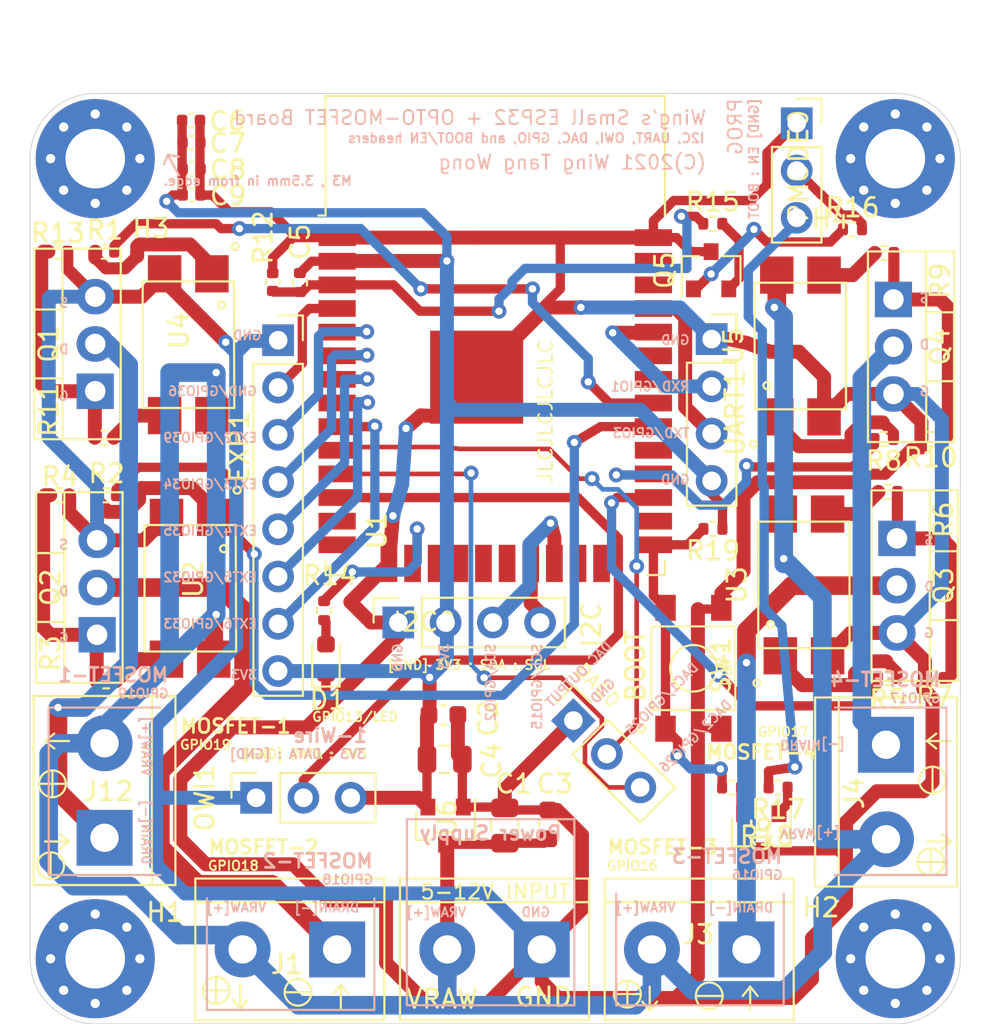
<source format=kicad_pcb>
(kicad_pcb (version 20171130) (host pcbnew "(5.1.7-0-10_14)")
  (layers (0 F.Cu signal) (31 B.Cu signal) (34 B.Paste user hide) (35 F.Paste user) (36 B.SilkS user) (37 F.SilkS user) (38 B.Mask user hide) (39 F.Mask user) (44 Edge.Cuts user))
  (net 0 "")
  (net 1 VRAW)
  (net 2 GND)
  (net 3 SIG1)
  (net 4 "Net-(R1-Pad1)")
  (net 5 "Net-(R11-Pad2)")
  (net 6 "Net-(U1-Pad37)")
  (net 7 "Net-(U1-Pad36)")
  (net 8 "Net-(U1-Pad33)")
  (net 9 "Net-(U1-Pad32)")
  (net 10 "Net-(U1-Pad29)")
  (net 11 "Net-(U1-Pad26)")
  (net 12 "Net-(U1-Pad24)")
  (net 13 "Net-(U1-Pad23)")
  (net 14 "Net-(U1-Pad20)")
  (net 15 "Net-(U1-Pad19)")
  (net 16 "Net-(U1-Pad18)")
  (net 17 "Net-(U1-Pad17)")
  (net 18 "Net-(U1-Pad14)")
  (net 19 "Net-(U1-Pad13)")
  (net 20 /AllOptoMosfetModules/sheet60052ED4/DRAIN)
  (net 21 /AllOptoMosfetModules/sheet60052ED4/GATE)
  (net 22 /AllOptoMosfetModules/sheet600F9CED/DRAIN)
  (net 23 /AllOptoMosfetModules/sheet600F9E4E/DRAIN)
  (net 24 /AllOptoMosfetModules/sheet600F9F0D/DRAIN)
  (net 25 /AllOptoMosfetModules/sheet600F9CED/GATE)
  (net 26 /AllOptoMosfetModules/sheet600F9E4E/GATE)
  (net 27 /AllOptoMosfetModules/sheet600F9F0D/GATE)
  (net 28 "Net-(R2-Pad1)")
  (net 29 "Net-(R3-Pad2)")
  (net 30 "Net-(R5-Pad1)")
  (net 31 "Net-(R6-Pad2)")
  (net 32 "Net-(R8-Pad1)")
  (net 33 "Net-(R9-Pad2)")
  (net 34 SIG2)
  (net 35 SIG3)
  (net 36 SIG4)
  (net 37 3V3)
  (net 38 /BOOT)
  (net 39 /EN)
  (net 40 TXD)
  (net 41 RXD)
  (net 42 DAC2)
  (net 43 DAC1)
  (net 44 SCL)
  (net 45 SDA)
  (net 46 EXT6)
  (net 47 EXT5)
  (net 48 EXT4)
  (net 49 EXT3)
  (net 50 EXT2)
  (net 51 EXT1)
  (net 52 1WIREDATA)
  (net 53 "Net-(D1-Pad2)")
  (net 54 "Net-(R14-Pad2)")
  (net 55 "Net-(Q5-Pad2)")
  (net 56 BOOT-SIG)
  (net 57 EN-SIG)
  (net 58 "Net-(Q5-Pad1)")
  (net 59 "Net-(Q6-Pad2)")
  (net 60 "Net-(Q6-Pad1)")
  (module Resistor_SMD:R_0402_1005Metric (layer F.Cu) (at 11.7 -1.6 180)
    (fp_text reference R19 (at 0 -1.17) (layer F.SilkS))
    (fp_text value 10KOhms-±1%-1_16W-0402)
    (pad 2 smd roundrect (at 0.51 0 180) (size 0.54 0.64) (layers F.Cu F.Paste F.Mask) (net 38 /BOOT))
    (pad 1 smd roundrect (at -0.51 0 180) (size 0.54 0.64) (layers F.Cu F.Paste F.Mask) (net 37 3V3))
  )
  (module Resistor_SMD:R_0402_1005Metric (layer F.Cu) (at 12.7 12.3)
    (fp_text reference R18 (at 1.9 2.6) (layer F.SilkS))
    (fp_text value 1KOhms-±1%-1_16W-0402)
    (pad 2 smd roundrect (at 0.51 0) (size 0.54 0.64) (layers F.Cu F.Paste F.Mask) (net 59 "Net-(Q6-Pad2)"))
    (pad 1 smd roundrect (at -0.51 0) (size 0.54 0.64) (layers F.Cu F.Paste F.Mask) (net 38 /BOOT))
  )
  (module Resistor_SMD:R_0402_1005Metric (layer F.Cu) (at 15.2 12.3 180)
    (fp_text reference R17 (at 0 -1.17) (layer F.SilkS))
    (fp_text value 10KOhms-±1%-1_16W-0402)
    (pad 2 smd roundrect (at 0.51 0 180) (size 0.54 0.64) (layers F.Cu F.Paste F.Mask) (net 56 BOOT-SIG))
    (pad 1 smd roundrect (at -0.51 0 180) (size 0.54 0.64) (layers F.Cu F.Paste F.Mask) (net 60 "Net-(Q6-Pad1)"))
  )
  (module Package_TO_SOT_SMD:SOT-23 (layer F.Cu) (at 14.3 14.7 270)
    (fp_text reference Q6 (at 0.1 0 90) (layer F.SilkS))
    (fp_text value Q_NPN_S9013)
    (pad 3 smd rect (at 1 0 270) (size 0.9 0.8) (layers F.Cu F.Paste F.Mask) (net 2 GND))
    (pad 2 smd rect (at -1 0.95 270) (size 0.9 0.8) (layers F.Cu F.Paste F.Mask) (net 59 "Net-(Q6-Pad2)"))
    (pad 1 smd rect (at -1 -0.95 270) (size 0.9 0.8) (layers F.Cu F.Paste F.Mask) (net 60 "Net-(Q6-Pad1)"))
  )
  (module Resistor_SMD:R_0402_1005Metric (layer F.Cu) (at 19.2 -17.7)
    (fp_text reference R16 (at 0 -1.17) (layer F.SilkS))
    (fp_text value 10KOhms-±1%-1_16W-0402)
    (pad 2 smd roundrect (at 0.51 0) (size 0.54 0.64) (layers F.Cu F.Paste F.Mask) (net 57 EN-SIG))
    (pad 1 smd roundrect (at -0.51 0) (size 0.54 0.64) (layers F.Cu F.Paste F.Mask) (net 58 "Net-(Q5-Pad1)"))
  )
  (module Resistor_SMD:R_0402_1005Metric (layer F.Cu) (at 11.69 -18)
    (fp_text reference R15 (at 0 -1.17) (layer F.SilkS))
    (fp_text value 1KOhms-±1%-1_16W-0402)
    (pad 2 smd roundrect (at 0.51 0) (size 0.54 0.64) (layers F.Cu F.Paste F.Mask) (net 55 "Net-(Q5-Pad2)"))
    (pad 1 smd roundrect (at -0.51 0) (size 0.54 0.64) (layers F.Cu F.Paste F.Mask) (net 39 /EN))
  )
  (module Connector_PinSocket_2.54mm:PinSocket_1x03_P2.54mm_Vertical (layer F.Cu) (at 16.2 -23.4)
    (fp_text reference PMODE0 (at 0.1 2.3 90) (layer F.SilkS))
    (fp_text value Conn_01x03)
    (pad 3 thru_hole oval (at 0 5.08) (size 1.7 1.7) (drill 1) (layers *.Cu *.Mask) (net 56 BOOT-SIG))
    (pad 2 thru_hole oval (at 0 2.54) (size 1.7 1.7) (drill 1) (layers *.Cu *.Mask) (net 57 EN-SIG))
    (pad 1 thru_hole rect (at 0 0) (size 1.7 1.7) (drill 1) (layers *.Cu *.Mask) (net 2 GND))
  )
  (module Package_TO_SOT_SMD:SOT-23 (layer F.Cu) (at 11.6 -15.5 90)
    (fp_text reference Q5 (at 0 -2.5 90) (layer F.SilkS))
    (fp_text value Q_NPN_S9013)
    (pad 3 smd rect (at 1 0 90) (size 0.9 0.8) (layers F.Cu F.Paste F.Mask) (net 2 GND))
    (pad 2 smd rect (at -1 0.95 90) (size 0.9 0.8) (layers F.Cu F.Paste F.Mask) (net 55 "Net-(Q5-Pad2)"))
    (pad 1 smd rect (at -1 -0.95 90) (size 0.9 0.8) (layers F.Cu F.Paste F.Mask) (net 58 "Net-(Q5-Pad1)"))
  )
  (module Resistor_SMD:R_0402_1005Metric (layer F.Cu) (at -9.2 2.79 90)
    (fp_text reference R14 (at 1.89 0.3 180) (layer F.SilkS))
    (fp_text value 47Ohms-±1%-1_16W-0402)
    (pad 2 smd roundrect (at 0.51 0 90) (size 0.54 0.64) (layers F.Cu F.Paste F.Mask) (net 54 "Net-(R14-Pad2)"))
    (pad 1 smd roundrect (at -0.51 0 90) (size 0.54 0.64) (layers F.Cu F.Paste F.Mask) (net 53 "Net-(D1-Pad2)"))
  )
  (module Diode_SMD:D_0603_1608Metric (layer F.Cu) (at -9.1 5.3875 90)
    (fp_text reference D1 (at -2.2125 0.1 180) (layer F.SilkS))
    (fp_text value BLUE_LED)
    (pad 2 smd roundrect (at 0.7875 0 90) (size 0.875 0.95) (layers F.Cu F.Paste F.Mask) (net 53 "Net-(D1-Pad2)"))
    (pad 1 smd roundrect (at -0.7875 0 90) (size 0.875 0.95) (layers F.Cu F.Paste F.Mask) (net 2 GND))
  )
  (module Connector_PinSocket_2.54mm:PinSocket_1x03_P2.54mm_Vertical (layer F.Cu) (at 4.2 8.7 45)
    (fp_text reference DAC0 (at 2.262742 -0.424264 135) (layer F.SilkS) (effects (font (size 0.75 0.75) (thickness 0.1))))
    (fp_text value Conn_01x03)
    (pad 3 thru_hole oval (at 0 5.08 45) (size 1.7 1.7) (drill 1) (layers *.Cu *.Mask) (net 42 DAC2))
    (pad 2 thru_hole oval (at 0 2.54 45) (size 1.7 1.7) (drill 1) (layers *.Cu *.Mask) (net 43 DAC1))
    (pad 1 thru_hole rect (at 0 0 45) (size 1.7 1.7) (drill 1) (layers *.Cu *.Mask) (net 2 GND))
  )
  (module Connector_PinSocket_2.54mm:PinSocket_1x03_P2.54mm_Vertical (layer F.Cu) (at -12.85 12.85 90)
    (fp_text reference OWI1 (at 0 -2.77 90) (layer F.SilkS))
    (fp_text value Conn_01x03)
    (pad 3 thru_hole oval (at 0 5.08 90) (size 1.7 1.7) (drill 1) (layers *.Cu *.Mask) (net 37 3V3))
    (pad 2 thru_hole oval (at 0 2.54 90) (size 1.7 1.7) (drill 1) (layers *.Cu *.Mask) (net 52 1WIREDATA))
    (pad 1 thru_hole rect (at 0 0 90) (size 1.7 1.7) (drill 1) (layers *.Cu *.Mask) (net 2 GND))
  )
  (module Connector_PinSocket_2.54mm:PinSocket_1x08_P2.54mm_Vertical (layer F.Cu) (at -11.67 -11.74)
    (fp_text reference EXP1 (at -2.08 5.74 90) (layer F.SilkS))
    (fp_text value Conn_01x08_Female)
    (pad 8 thru_hole oval (at 0 17.78) (size 1.7 1.7) (drill 1) (layers *.Cu *.Mask) (net 37 3V3))
    (pad 7 thru_hole oval (at 0 15.24) (size 1.7 1.7) (drill 1) (layers *.Cu *.Mask) (net 46 EXT6))
    (pad 6 thru_hole oval (at 0 12.7) (size 1.7 1.7) (drill 1) (layers *.Cu *.Mask) (net 47 EXT5))
    (pad 5 thru_hole oval (at 0 10.16) (size 1.7 1.7) (drill 1) (layers *.Cu *.Mask) (net 48 EXT4))
    (pad 4 thru_hole oval (at 0 7.62) (size 1.7 1.7) (drill 1) (layers *.Cu *.Mask) (net 49 EXT3))
    (pad 3 thru_hole oval (at 0 5.08) (size 1.7 1.7) (drill 1) (layers *.Cu *.Mask) (net 50 EXT2))
    (pad 2 thru_hole oval (at 0 2.54) (size 1.7 1.7) (drill 1) (layers *.Cu *.Mask) (net 51 EXT1))
    (pad 1 thru_hole rect (at 0 0) (size 1.7 1.7) (drill 1) (layers *.Cu *.Mask) (net 2 GND))
  )
  (module Connector_PinSocket_2.54mm:PinSocket_1x04_P2.54mm_Vertical (layer F.Cu) (at -5.21 3.43 90)
    (fp_text reference I2C0 (at 0.03 1.41 180) (layer F.SilkS))
    (fp_text value Conn_01x04_Male)
    (pad 4 thru_hole oval (at 0 7.62 90) (size 1.7 1.7) (drill 1) (layers *.Cu *.Mask) (net 44 SCL))
    (pad 3 thru_hole oval (at 0 5.08 90) (size 1.7 1.7) (drill 1) (layers *.Cu *.Mask) (net 45 SDA))
    (pad 2 thru_hole oval (at 0 2.54 90) (size 1.7 1.7) (drill 1) (layers *.Cu *.Mask) (net 37 3V3))
    (pad 1 thru_hole rect (at 0 0 90) (size 1.7 1.7) (drill 1) (layers *.Cu *.Mask) (net 2 GND))
  )
  (module Connector_PinSocket_2.54mm:PinSocket_1x04_P2.54mm_Vertical (layer F.Cu) (at 11.63 -11.8)
    (fp_text reference UART1 (at 1.25 3.97 90) (layer F.SilkS))
    (fp_text value Conn_01x04_Male)
    (pad 4 thru_hole oval (at 0 7.62) (size 1.7 1.7) (drill 1) (layers *.Cu *.Mask) (net 37 3V3))
    (pad 3 thru_hole oval (at 0 5.08) (size 1.7 1.7) (drill 1) (layers *.Cu *.Mask) (net 40 TXD))
    (pad 2 thru_hole oval (at 0 2.54) (size 1.7 1.7) (drill 1) (layers *.Cu *.Mask) (net 41 RXD))
    (pad 1 thru_hole rect (at 0 0) (size 1.7 1.7) (drill 1) (layers *.Cu *.Mask) (net 2 GND))
  )
  (module KiCad-Library-JLCPCB:SMT-SW-SPST-4.5x4.5_plain (layer F.Cu) (at 10.65 5.79 90)
    (fp_text reference SW1 (at 0.06 1.48 90) (layer F.SilkS))
    (fp_text value SW-Tactile-4.5x4.5_7mm)
    (fp_text user REF** (at 0.02 1.81 90) (layer F.SilkS) (effects (font (size 0.5 0.5) (thickness 0.075))))
    (pad 1 smd custom (at 3.15 -1.5 90) (size 1.4 1.1) (layers F.Cu F.Paste F.Mask) (net 38 /BOOT) (options (clearance outline) (anchor rect)) (primitives))
    (pad 2 smd custom (at -3.35 1.5 90) (size 1.4 1.1) (layers F.Cu F.Paste F.Mask) (net 2 GND) (options (clearance outline) (anchor rect)) (primitives))
    (pad 2 smd custom (at 3.15 1.5 90) (size 1.4 1.1) (layers F.Cu F.Paste F.Mask) (net 2 GND) (options (clearance outline) (anchor rect)) (primitives))
    (pad 1 smd custom (at -3.35 -1.5 90) (size 1.4 1.1) (layers F.Cu F.Paste F.Mask) (net 38 /BOOT) (options (clearance outline) (anchor rect)) (primitives))
  )
  (module Capacitor_SMD:C_0402_1005Metric (layer F.Cu) (at -16.32 -19.55)
    (fp_text reference C9 (at 1.96 0.04) (layer F.SilkS))
    (fp_text value 100nF-16V-0402)
    (pad 2 smd roundrect (at 0.48 0) (size 0.56 0.62) (layers F.Cu F.Paste F.Mask) (net 2 GND))
    (pad 1 smd roundrect (at -0.48 0) (size 0.56 0.62) (layers F.Cu F.Paste F.Mask) (net 37 3V3))
  )
  (module Capacitor_SMD:C_0402_1005Metric (layer F.Cu) (at -16.32 -20.94)
    (fp_text reference C8 (at 1.96 0.04) (layer F.SilkS))
    (fp_text value 100nF-16V-0402)
    (pad 2 smd roundrect (at 0.48 0) (size 0.56 0.62) (layers F.Cu F.Paste F.Mask) (net 2 GND))
    (pad 1 smd roundrect (at -0.48 0) (size 0.56 0.62) (layers F.Cu F.Paste F.Mask) (net 37 3V3))
  )
  (module Capacitor_SMD:C_0402_1005Metric (layer F.Cu) (at -16.33 -22.36)
    (fp_text reference C7 (at 1.96 0.04) (layer F.SilkS))
    (fp_text value 10nF-50V-0402)
    (pad 2 smd roundrect (at 0.48 0) (size 0.56 0.62) (layers F.Cu F.Paste F.Mask) (net 2 GND))
    (pad 1 smd roundrect (at -0.48 0) (size 0.56 0.62) (layers F.Cu F.Paste F.Mask) (net 37 3V3))
  )
  (module Capacitor_SMD:C_0402_1005Metric (layer F.Cu) (at -16.35 -23.55)
    (fp_text reference C6 (at 1.96 0.04) (layer F.SilkS))
    (fp_text value 10nF-50V-0402)
    (pad 2 smd roundrect (at 0.48 0) (size 0.56 0.62) (layers F.Cu F.Paste F.Mask) (net 2 GND))
    (pad 1 smd roundrect (at -0.48 0) (size 0.56 0.62) (layers F.Cu F.Paste F.Mask) (net 37 3V3))
  )
  (module Resistor_SMD:R_0402_1005Metric (layer F.Cu) (at -10.5 -14.84 270)
    (fp_text reference R12 (at -2.42 1.99 270) (layer F.SilkS))
    (fp_text value 10KOhms-±1%-1_16W-0402)
    (pad 2 smd roundrect (at 0.51 0 270) (size 0.54 0.64) (layers F.Cu F.Paste F.Mask) (net 39 /EN))
    (pad 1 smd roundrect (at -0.51 0 270) (size 0.54 0.64) (layers F.Cu F.Paste F.Mask) (net 37 3V3))
  )
  (module Capacitor_SMD:C_0402_1005Metric (layer F.Cu) (at -11.96 -14.87 90)
    (fp_text reference C5 (at 2.16 1.47 270) (layer F.SilkS))
    (fp_text value 100nF-16V-0402)
    (pad 2 smd roundrect (at 0.48 0 90) (size 0.56 0.62) (layers F.Cu F.Paste F.Mask) (net 2 GND))
    (pad 1 smd roundrect (at -0.48 0 90) (size 0.56 0.62) (layers F.Cu F.Paste F.Mask) (net 39 /EN))
  )
  (module Package_TO_SOT_SMD:SOT-23 (layer F.Cu) (at -2.67 14.35 270)
    (fp_text reference U6 (at -0.42 -0.06 270) (layer F.SilkS))
    (fp_text value XC6206-vreg)
    (pad 3 smd rect (at 1 0 270) (size 0.9 0.8) (layers F.Cu F.Paste F.Mask) (net 1 VRAW))
    (pad 2 smd rect (at -1 0.95 270) (size 0.9 0.8) (layers F.Cu F.Paste F.Mask) (net 37 3V3))
    (pad 1 smd rect (at -1 -0.95 270) (size 0.9 0.8) (layers F.Cu F.Paste F.Mask) (net 2 GND))
  )
  (module Capacitor_SMD:C_0805_2012Metric (layer F.Cu) (at -2.72 10.78)
    (fp_text reference C4 (at 2.53 0.08 90) (layer F.SilkS))
    (fp_text value 10uF-25V-0805)
    (pad 2 smd roundrect (at 0.95 0) (size 1 1.45) (layers F.Cu F.Paste F.Mask) (net 2 GND))
    (pad 1 smd roundrect (at -0.95 0) (size 1 1.45) (layers F.Cu F.Paste F.Mask) (net 37 3V3))
  )
  (module Capacitor_SMD:C_0603_1608Metric (layer F.Cu) (at 2.85 14.28 90)
    (fp_text reference C3 (at 2.18 0.35 180) (layer F.SilkS))
    (fp_text value 100nF-50V-0603)
    (pad 2 smd roundrect (at 0.775 0 90) (size 0.9 0.95) (layers F.Cu F.Paste F.Mask) (net 2 GND))
    (pad 1 smd roundrect (at -0.775 0 90) (size 0.9 0.95) (layers F.Cu F.Paste F.Mask) (net 1 VRAW))
  )
  (module Capacitor_SMD:C_0603_1608Metric (layer F.Cu) (at -2.785 8.4 180)
    (fp_text reference C2 (at -2.405 -0.19 90) (layer F.SilkS))
    (fp_text value 100nF-50V-0603)
    (pad 2 smd roundrect (at 0.775 0 180) (size 0.9 0.95) (layers F.Cu F.Paste F.Mask) (net 37 3V3))
    (pad 1 smd roundrect (at -0.775 0 180) (size 0.9 0.95) (layers F.Cu F.Paste F.Mask) (net 2 GND))
  )
  (module Capacitor_SMD:C_0805_2012Metric (layer F.Cu) (at 0.51 14.34 270)
    (fp_text reference C1 (at -2.24 -0.49 180) (layer F.SilkS))
    (fp_text value 10uF-25V-0805)
    (pad 2 smd roundrect (at 0.95 0 270) (size 1 1.45) (layers F.Cu F.Paste F.Mask) (net 1 VRAW))
    (pad 1 smd roundrect (at -0.95 0 270) (size 1 1.45) (layers F.Cu F.Paste F.Mask) (net 2 GND))
  )
  (module WingCustomParts:SMD-4_4.6x6.5x2.54P (layer F.Cu) (at 16.4 -11.43 90)
    (fp_text reference U5 (at 0 -3.6 270) (layer F.SilkS))
    (fp_text value EL817S1)
    (pad 4 smd rect (at 3.81 -1.27 90) (size 2 1.8) (layers F.Cu F.Paste F.Mask) (net 1 VRAW))
    (pad 2 smd rect (at -3.81 1.27 90) (size 2 1.8) (layers F.Cu F.Paste F.Mask) (net 2 GND))
    (pad 3 smd rect (at 3.81 1.27 90) (size 2 1.8) (layers F.Cu F.Paste F.Mask) (net 33 "Net-(R9-Pad2)"))
    (pad 1 smd rect (at -3.81 -1.27 90) (size 2 1.8) (layers F.Cu F.Paste F.Mask) (net 32 "Net-(R8-Pad1)"))
  )
  (module WingCustomParts:SMD-4_4.6x6.5x2.54P (layer F.Cu) (at 16.59 1.41 90)
    (fp_text reference U3 (at 0 -3.6 270) (layer F.SilkS))
    (fp_text value EL817S1)
    (pad 4 smd rect (at 3.81 -1.27 90) (size 2 1.8) (layers F.Cu F.Paste F.Mask) (net 1 VRAW))
    (pad 2 smd rect (at -3.81 1.27 90) (size 2 1.8) (layers F.Cu F.Paste F.Mask) (net 2 GND))
    (pad 3 smd rect (at 3.81 1.27 90) (size 2 1.8) (layers F.Cu F.Paste F.Mask) (net 31 "Net-(R6-Pad2)"))
    (pad 1 smd rect (at -3.81 -1.27 90) (size 2 1.8) (layers F.Cu F.Paste F.Mask) (net 30 "Net-(R5-Pad1)"))
  )
  (module WingCustomParts:SMD-4_4.6x6.5x2.54P (layer F.Cu) (at -16.4 1.59 270)
    (fp_text reference U2 (at -0.48 -0.17 270) (layer F.SilkS))
    (fp_text value EL817S1)
    (pad 1 smd rect (at -3.81 -1.27 270) (size 2 1.8) (layers F.Cu F.Paste F.Mask) (net 28 "Net-(R2-Pad1)"))
    (pad 3 smd rect (at 3.81 1.27 270) (size 2 1.8) (layers F.Cu F.Paste F.Mask) (net 29 "Net-(R3-Pad2)"))
    (pad 2 smd rect (at -3.81 1.27 270) (size 2 1.8) (layers F.Cu F.Paste F.Mask) (net 2 GND))
    (pad 4 smd rect (at 3.81 -1.27 270) (size 2 1.8) (layers F.Cu F.Paste F.Mask) (net 1 VRAW))
  )
  (module Resistor_SMD:R_0402_1005Metric (layer F.Cu) (at 23.41 -6.43 180)
    (fp_text reference R10 (at 0.01 -1) (layer F.SilkS))
    (fp_text value 39KOhms-±1%-1_16W-0402)
    (pad 2 smd roundrect (at 0.51 0 180) (size 0.54 0.64) (layers F.Cu F.Paste F.Mask) (net 2 GND))
    (pad 1 smd roundrect (at -0.51 0 180) (size 0.54 0.64) (layers F.Cu F.Paste F.Mask) (net 27 /AllOptoMosfetModules/sheet600F9F0D/GATE))
  )
  (module Resistor_SMD:R_0402_1005Metric (layer F.Cu) (at 20.91 -16.43 180)
    (fp_text reference R9 (at -2.99 -1.5 270) (layer F.SilkS))
    (fp_text value 100Ohms-±1%-1_16W-0402)
    (pad 2 smd roundrect (at 0.51 0 180) (size 0.54 0.64) (layers F.Cu F.Paste F.Mask) (net 33 "Net-(R9-Pad2)"))
    (pad 1 smd roundrect (at -0.51 0 180) (size 0.54 0.64) (layers F.Cu F.Paste F.Mask) (net 27 /AllOptoMosfetModules/sheet600F9F0D/GATE))
  )
  (module Resistor_SMD:R_0402_1005Metric (layer F.Cu) (at 20.89 -6.43 180)
    (fp_text reference R8 (at 0 -1.17) (layer F.SilkS))
    (fp_text value 100Ohms-±1%-1_16W-0402)
    (pad 2 smd roundrect (at 0.51 0 180) (size 0.54 0.64) (layers F.Cu F.Paste F.Mask) (net 36 SIG4))
    (pad 1 smd roundrect (at -0.51 0 180) (size 0.54 0.64) (layers F.Cu F.Paste F.Mask) (net 32 "Net-(R8-Pad1)"))
  )
  (module Resistor_SMD:R_0402_1005Metric (layer F.Cu) (at 23.6 6.41 180)
    (fp_text reference R7 (at 0.01 -1) (layer F.SilkS))
    (fp_text value 39KOhms-±1%-1_16W-0402)
    (pad 2 smd roundrect (at 0.51 0 180) (size 0.54 0.64) (layers F.Cu F.Paste F.Mask) (net 2 GND))
    (pad 1 smd roundrect (at -0.51 0 180) (size 0.54 0.64) (layers F.Cu F.Paste F.Mask) (net 26 /AllOptoMosfetModules/sheet600F9E4E/GATE))
  )
  (module Resistor_SMD:R_0402_1005Metric (layer F.Cu) (at 21.1 -3.59 180)
    (fp_text reference R6 (at -2.99 -1.5 270) (layer F.SilkS))
    (fp_text value 100Ohms-±1%-1_16W-0402)
    (pad 2 smd roundrect (at 0.51 0 180) (size 0.54 0.64) (layers F.Cu F.Paste F.Mask) (net 31 "Net-(R6-Pad2)"))
    (pad 1 smd roundrect (at -0.51 0 180) (size 0.54 0.64) (layers F.Cu F.Paste F.Mask) (net 26 /AllOptoMosfetModules/sheet600F9E4E/GATE))
  )
  (module Resistor_SMD:R_0402_1005Metric (layer F.Cu) (at 21.08 6.41 180)
    (fp_text reference R5 (at 0 -1.17) (layer F.SilkS))
    (fp_text value 100Ohms-±1%-1_16W-0402)
    (pad 2 smd roundrect (at 0.51 0 180) (size 0.54 0.64) (layers F.Cu F.Paste F.Mask) (net 35 SIG3))
    (pad 1 smd roundrect (at -0.51 0 180) (size 0.54 0.64) (layers F.Cu F.Paste F.Mask) (net 30 "Net-(R5-Pad1)"))
  )
  (module Resistor_SMD:R_0402_1005Metric (layer F.Cu) (at -23.41 -3.41)
    (fp_text reference R4 (at 0.01 -1) (layer F.SilkS))
    (fp_text value 39KOhms-±1%-1_16W-0402)
    (pad 1 smd roundrect (at -0.51 0) (size 0.54 0.64) (layers F.Cu F.Paste F.Mask) (net 25 /AllOptoMosfetModules/sheet600F9CED/GATE))
    (pad 2 smd roundrect (at 0.51 0) (size 0.54 0.64) (layers F.Cu F.Paste F.Mask) (net 2 GND))
  )
  (module Resistor_SMD:R_0402_1005Metric (layer F.Cu) (at -20.91 6.59)
    (fp_text reference R3 (at -2.99 -1.5 270) (layer F.SilkS))
    (fp_text value 100Ohms-±1%-1_16W-0402)
    (pad 1 smd roundrect (at -0.51 0) (size 0.54 0.64) (layers F.Cu F.Paste F.Mask) (net 25 /AllOptoMosfetModules/sheet600F9CED/GATE))
    (pad 2 smd roundrect (at 0.51 0) (size 0.54 0.64) (layers F.Cu F.Paste F.Mask) (net 29 "Net-(R3-Pad2)"))
  )
  (module Resistor_SMD:R_0402_1005Metric (layer F.Cu) (at -20.89 -3.41)
    (fp_text reference R2 (at 0 -1.17) (layer F.SilkS))
    (fp_text value 100Ohms-±1%-1_16W-0402)
    (pad 1 smd roundrect (at -0.51 0) (size 0.54 0.64) (layers F.Cu F.Paste F.Mask) (net 28 "Net-(R2-Pad1)"))
    (pad 2 smd roundrect (at 0.51 0) (size 0.54 0.64) (layers F.Cu F.Paste F.Mask) (net 34 SIG2))
  )
  (module Package_TO_SOT_THT:TO-220-3_Vertical (layer F.Cu) (at 21.4 -13.93 270)
    (fp_text reference Q4 (at 2.54 -2.5 270) (layer F.SilkS))
    (fp_text value IRF540N)
    (pad 3 thru_hole oval (at 5.08 0 270) (size 1.905 2) (drill 1.1) (layers *.Cu *.Mask) (net 2 GND))
    (pad 2 thru_hole oval (at 2.54 0 270) (size 1.905 2) (drill 1.1) (layers *.Cu *.Mask) (net 24 /AllOptoMosfetModules/sheet600F9F0D/DRAIN))
    (pad 1 thru_hole rect (at 0 0 270) (size 1.905 2) (drill 1.1) (layers *.Cu *.Mask) (net 27 /AllOptoMosfetModules/sheet600F9F0D/GATE))
  )
  (module Package_TO_SOT_THT:TO-220-3_Vertical (layer F.Cu) (at 21.59 -1.09 270)
    (fp_text reference Q3 (at 2.54 -2.5 270) (layer F.SilkS))
    (fp_text value IRF540N)
    (pad 3 thru_hole oval (at 5.08 0 270) (size 1.905 2) (drill 1.1) (layers *.Cu *.Mask) (net 2 GND))
    (pad 2 thru_hole oval (at 2.54 0 270) (size 1.905 2) (drill 1.1) (layers *.Cu *.Mask) (net 23 /AllOptoMosfetModules/sheet600F9E4E/DRAIN))
    (pad 1 thru_hole rect (at 0 0 270) (size 1.905 2) (drill 1.1) (layers *.Cu *.Mask) (net 26 /AllOptoMosfetModules/sheet600F9E4E/GATE))
  )
  (module Package_TO_SOT_THT:TO-220-3_Vertical (layer F.Cu) (at -21.4 4.09 90)
    (fp_text reference Q2 (at 2.54 -2.5 270) (layer F.SilkS))
    (fp_text value IRF540N)
    (pad 1 thru_hole rect (at 0 0 90) (size 1.905 2) (drill 1.1) (layers *.Cu *.Mask) (net 25 /AllOptoMosfetModules/sheet600F9CED/GATE))
    (pad 2 thru_hole oval (at 2.54 0 90) (size 1.905 2) (drill 1.1) (layers *.Cu *.Mask) (net 22 /AllOptoMosfetModules/sheet600F9CED/DRAIN))
    (pad 3 thru_hole oval (at 5.08 0 90) (size 1.905 2) (drill 1.1) (layers *.Cu *.Mask) (net 2 GND))
  )
  (module WingCustomParts:TerminalBlock_bornier-2_P5.08mm (layer F.Cu) (at 21 10 270)
    (fp_text reference J4 (at 2.6 1.7 270) (layer F.SilkS))
    (fp_text value Screw_Terminal_01x02_K301_5mm)
    (pad 2 thru_hole circle (at 5.08 0 270) (size 3 3) (drill 1.52) (layers *.Cu *.Mask) (net 1 VRAW))
    (pad 1 thru_hole rect (at 0 0 270) (size 3 3) (drill 1.52) (layers *.Cu *.Mask) (net 24 /AllOptoMosfetModules/sheet600F9F0D/DRAIN))
  )
  (module WingCustomParts:TerminalBlock_bornier-2_P5.08mm (layer F.Cu) (at 13.5 21 180)
    (fp_text reference J3 (at 2.6 0.8) (layer F.SilkS))
    (fp_text value Screw_Terminal_01x02_K301_5mm)
    (pad 2 thru_hole circle (at 5.08 0 180) (size 3 3) (drill 1.52) (layers *.Cu *.Mask) (net 1 VRAW))
    (pad 1 thru_hole rect (at 0 0 180) (size 3 3) (drill 1.52) (layers *.Cu *.Mask) (net 23 /AllOptoMosfetModules/sheet600F9E4E/DRAIN))
  )
  (module WingCustomParts:TerminalBlock_bornier-2_P5.08mm (layer F.Cu) (at -8.5 21 180)
    (fp_text reference J1 (at 2.7 -0.8) (layer F.SilkS))
    (fp_text value Screw_Terminal_01x02_K301_5mm)
    (pad 2 thru_hole circle (at 5.08 0 180) (size 3 3) (drill 1.52) (layers *.Cu *.Mask) (net 1 VRAW))
    (pad 1 thru_hole rect (at 0 0 180) (size 3 3) (drill 1.52) (layers *.Cu *.Mask) (net 22 /AllOptoMosfetModules/sheet600F9CED/DRAIN))
  )
  (module MountingHole:MountingHole_3.2mm_M3_Pad_Via (layer F.Cu) (at 21.5 -21.5)
    (fp_text reference H4 (at -3.5 3.25) (layer F.SilkS))
    (fp_text value MountingHole)
    (pad 1 thru_hole circle (at 1.697056 -1.697056) (size 0.8 0.8) (drill 0.5) (layers *.Cu *.Mask))
    (pad 1 thru_hole circle (at 0 -2.4) (size 0.8 0.8) (drill 0.5) (layers *.Cu *.Mask))
    (pad 1 thru_hole circle (at -1.697056 -1.697056) (size 0.8 0.8) (drill 0.5) (layers *.Cu *.Mask))
    (pad 1 thru_hole circle (at -2.4 0) (size 0.8 0.8) (drill 0.5) (layers *.Cu *.Mask))
    (pad 1 thru_hole circle (at -1.697056 1.697056) (size 0.8 0.8) (drill 0.5) (layers *.Cu *.Mask))
    (pad 1 thru_hole circle (at 0 2.4) (size 0.8 0.8) (drill 0.5) (layers *.Cu *.Mask))
    (pad 1 thru_hole circle (at 1.697056 1.697056) (size 0.8 0.8) (drill 0.5) (layers *.Cu *.Mask))
    (pad 1 thru_hole circle (at 2.4 0) (size 0.8 0.8) (drill 0.5) (layers *.Cu *.Mask))
    (pad 1 thru_hole circle (at 0 0) (size 6.4 6.4) (drill 3.2) (layers *.Cu *.Mask))
  )
  (module MountingHole:MountingHole_3.2mm_M3_Pad_Via (layer F.Cu) (at 21.5 21.5)
    (fp_text reference H2 (at -4 -2.75) (layer F.SilkS))
    (fp_text value MountingHole)
    (pad 1 thru_hole circle (at 1.697056 -1.697056) (size 0.8 0.8) (drill 0.5) (layers *.Cu *.Mask))
    (pad 1 thru_hole circle (at 0 -2.4) (size 0.8 0.8) (drill 0.5) (layers *.Cu *.Mask))
    (pad 1 thru_hole circle (at -1.697056 -1.697056) (size 0.8 0.8) (drill 0.5) (layers *.Cu *.Mask))
    (pad 1 thru_hole circle (at -2.4 0) (size 0.8 0.8) (drill 0.5) (layers *.Cu *.Mask))
    (pad 1 thru_hole circle (at -1.697056 1.697056) (size 0.8 0.8) (drill 0.5) (layers *.Cu *.Mask))
    (pad 1 thru_hole circle (at 0 2.4) (size 0.8 0.8) (drill 0.5) (layers *.Cu *.Mask))
    (pad 1 thru_hole circle (at 1.697056 1.697056) (size 0.8 0.8) (drill 0.5) (layers *.Cu *.Mask))
    (pad 1 thru_hole circle (at 2.4 0) (size 0.8 0.8) (drill 0.5) (layers *.Cu *.Mask))
    (pad 1 thru_hole circle (at 0 0) (size 6.4 6.4) (drill 3.2) (layers *.Cu *.Mask))
  )
  (module MountingHole:MountingHole_3.2mm_M3_Pad_Via (layer F.Cu) (at -21.5 21.5)
    (fp_text reference H1 (at 3.75 -2.5) (layer F.SilkS))
    (fp_text value MountingHole)
    (pad 1 thru_hole circle (at 1.697056 -1.697056) (size 0.8 0.8) (drill 0.5) (layers *.Cu *.Mask))
    (pad 1 thru_hole circle (at 0 -2.4) (size 0.8 0.8) (drill 0.5) (layers *.Cu *.Mask))
    (pad 1 thru_hole circle (at -1.697056 -1.697056) (size 0.8 0.8) (drill 0.5) (layers *.Cu *.Mask))
    (pad 1 thru_hole circle (at -2.4 0) (size 0.8 0.8) (drill 0.5) (layers *.Cu *.Mask))
    (pad 1 thru_hole circle (at -1.697056 1.697056) (size 0.8 0.8) (drill 0.5) (layers *.Cu *.Mask))
    (pad 1 thru_hole circle (at 0 2.4) (size 0.8 0.8) (drill 0.5) (layers *.Cu *.Mask))
    (pad 1 thru_hole circle (at 1.697056 1.697056) (size 0.8 0.8) (drill 0.5) (layers *.Cu *.Mask))
    (pad 1 thru_hole circle (at 2.4 0) (size 0.8 0.8) (drill 0.5) (layers *.Cu *.Mask))
    (pad 1 thru_hole circle (at 0 0) (size 6.4 6.4) (drill 3.2) (layers *.Cu *.Mask))
  )
  (module WingCustomParts:SMD-4_4.6x6.5x2.54P (layer F.Cu) (at -16.5 -11.5 270)
    (fp_text reference U4 (at -0.76 0.48 90) (layer F.SilkS))
    (fp_text value EL817S1)
    (pad 4 smd rect (at 3.81 -1.27 270) (size 2 1.8) (layers F.Cu F.Paste F.Mask) (net 1 VRAW))
    (pad 2 smd rect (at -3.81 1.27 270) (size 2 1.8) (layers F.Cu F.Paste F.Mask) (net 2 GND))
    (pad 3 smd rect (at 3.81 1.27 270) (size 2 1.8) (layers F.Cu F.Paste F.Mask) (net 5 "Net-(R11-Pad2)"))
    (pad 1 smd rect (at -3.81 -1.27 270) (size 2 1.8) (layers F.Cu F.Paste F.Mask) (net 4 "Net-(R1-Pad1)"))
  )
  (module RF_Module:ESP32-WROOM-32 (layer F.Cu) (at 0 -9)
    (fp_text reference U1 (at -6.36 7.5 90) (layer F.SilkS))
    (fp_text value ESP32-WROOM-32D)
    (pad 38 smd rect (at 8.5 -8.255) (size 2 0.9) (layers F.Cu F.Paste F.Mask) (net 2 GND))
    (pad 37 smd rect (at 8.5 -6.985) (size 2 0.9) (layers F.Cu F.Paste F.Mask) (net 6 "Net-(U1-Pad37)"))
    (pad 36 smd rect (at 8.5 -5.715) (size 2 0.9) (layers F.Cu F.Paste F.Mask) (net 7 "Net-(U1-Pad36)"))
    (pad 35 smd rect (at 8.5 -4.445) (size 2 0.9) (layers F.Cu F.Paste F.Mask) (net 40 TXD))
    (pad 34 smd rect (at 8.5 -3.175) (size 2 0.9) (layers F.Cu F.Paste F.Mask) (net 41 RXD))
    (pad 33 smd rect (at 8.5 -1.905) (size 2 0.9) (layers F.Cu F.Paste F.Mask) (net 8 "Net-(U1-Pad33)"))
    (pad 32 smd rect (at 8.5 -0.635) (size 2 0.9) (layers F.Cu F.Paste F.Mask) (net 9 "Net-(U1-Pad32)"))
    (pad 31 smd rect (at 8.5 0.635) (size 2 0.9) (layers F.Cu F.Paste F.Mask) (net 3 SIG1))
    (pad 30 smd rect (at 8.5 1.905) (size 2 0.9) (layers F.Cu F.Paste F.Mask) (net 34 SIG2))
    (pad 29 smd rect (at 8.5 3.175) (size 2 0.9) (layers F.Cu F.Paste F.Mask) (net 10 "Net-(U1-Pad29)"))
    (pad 28 smd rect (at 8.5 4.445) (size 2 0.9) (layers F.Cu F.Paste F.Mask) (net 36 SIG4))
    (pad 27 smd rect (at 8.5 5.715) (size 2 0.9) (layers F.Cu F.Paste F.Mask) (net 35 SIG3))
    (pad 26 smd rect (at 8.5 6.985) (size 2 0.9) (layers F.Cu F.Paste F.Mask) (net 11 "Net-(U1-Pad26)"))
    (pad 25 smd rect (at 8.5 8.255) (size 2 0.9) (layers F.Cu F.Paste F.Mask) (net 38 /BOOT))
    (pad 24 smd rect (at 5.715 9.255 90) (size 2 0.9) (layers F.Cu F.Paste F.Mask) (net 12 "Net-(U1-Pad24)"))
    (pad 23 smd rect (at 4.445 9.255 90) (size 2 0.9) (layers F.Cu F.Paste F.Mask) (net 13 "Net-(U1-Pad23)"))
    (pad 22 smd rect (at 3.175 9.255 90) (size 2 0.9) (layers F.Cu F.Paste F.Mask) (net 45 SDA))
    (pad 21 smd rect (at 1.905 9.255 90) (size 2 0.9) (layers F.Cu F.Paste F.Mask) (net 44 SCL))
    (pad 20 smd rect (at 0.635 9.255 90) (size 2 0.9) (layers F.Cu F.Paste F.Mask) (net 14 "Net-(U1-Pad20)"))
    (pad 19 smd rect (at -0.635 9.255 90) (size 2 0.9) (layers F.Cu F.Paste F.Mask) (net 15 "Net-(U1-Pad19)"))
    (pad 18 smd rect (at -1.905 9.255 90) (size 2 0.9) (layers F.Cu F.Paste F.Mask) (net 16 "Net-(U1-Pad18)"))
    (pad 17 smd rect (at -3.175 9.255 90) (size 2 0.9) (layers F.Cu F.Paste F.Mask) (net 17 "Net-(U1-Pad17)"))
    (pad 16 smd rect (at -4.445 9.255 90) (size 2 0.9) (layers F.Cu F.Paste F.Mask) (net 54 "Net-(R14-Pad2)"))
    (pad 15 smd rect (at -5.715 9.255 90) (size 2 0.9) (layers F.Cu F.Paste F.Mask) (net 2 GND))
    (pad 14 smd rect (at -8.5 8.255) (size 2 0.9) (layers F.Cu F.Paste F.Mask) (net 18 "Net-(U1-Pad14)"))
    (pad 13 smd rect (at -8.5 6.985) (size 2 0.9) (layers F.Cu F.Paste F.Mask) (net 19 "Net-(U1-Pad13)"))
    (pad 12 smd rect (at -8.5 5.715) (size 2 0.9) (layers F.Cu F.Paste F.Mask) (net 52 1WIREDATA))
    (pad 11 smd rect (at -8.5 4.445) (size 2 0.9) (layers F.Cu F.Paste F.Mask) (net 42 DAC2))
    (pad 10 smd rect (at -8.5 3.175) (size 2 0.9) (layers F.Cu F.Paste F.Mask) (net 43 DAC1))
    (pad 9 smd rect (at -8.5 1.905) (size 2 0.9) (layers F.Cu F.Paste F.Mask) (net 46 EXT6))
    (pad 8 smd rect (at -8.5 0.635) (size 2 0.9) (layers F.Cu F.Paste F.Mask) (net 47 EXT5))
    (pad 7 smd rect (at -8.5 -0.635) (size 2 0.9) (layers F.Cu F.Paste F.Mask) (net 48 EXT4))
    (pad 6 smd rect (at -8.5 -1.905) (size 2 0.9) (layers F.Cu F.Paste F.Mask) (net 49 EXT3))
    (pad 5 smd rect (at -8.5 -3.175) (size 2 0.9) (layers F.Cu F.Paste F.Mask) (net 50 EXT2))
    (pad 4 smd rect (at -8.5 -4.445) (size 2 0.9) (layers F.Cu F.Paste F.Mask) (net 51 EXT1))
    (pad 3 smd rect (at -8.5 -5.715) (size 2 0.9) (layers F.Cu F.Paste F.Mask) (net 39 /EN))
    (pad 2 smd rect (at -8.5 -6.985) (size 2 0.9) (layers F.Cu F.Paste F.Mask) (net 37 3V3))
    (pad 1 smd rect (at -8.5 -8.255) (size 2 0.9) (layers F.Cu F.Paste F.Mask) (net 2 GND))
    (pad 39 smd rect (at -1 -0.755) (size 5 5) (layers F.Cu F.Paste F.Mask) (net 2 GND))
  )
  (module Resistor_SMD:R_0402_1005Metric (layer F.Cu) (at -23.51 -16.5)
    (fp_text reference R13 (at 0.01 -1) (layer F.SilkS))
    (fp_text value 39KOhms-±1%-1_16W-0402)
    (pad 2 smd roundrect (at 0.51 0) (size 0.54 0.64) (layers F.Cu F.Paste F.Mask) (net 2 GND))
    (pad 1 smd roundrect (at -0.51 0) (size 0.54 0.64) (layers F.Cu F.Paste F.Mask) (net 21 /AllOptoMosfetModules/sheet60052ED4/GATE))
  )
  (module Resistor_SMD:R_0402_1005Metric (layer F.Cu) (at -21.01 -6.5)
    (fp_text reference R11 (at -2.99 -1.5 90) (layer F.SilkS))
    (fp_text value 100Ohms-±1%-1_16W-0402)
    (pad 2 smd roundrect (at 0.51 0) (size 0.54 0.64) (layers F.Cu F.Paste F.Mask) (net 5 "Net-(R11-Pad2)"))
    (pad 1 smd roundrect (at -0.51 0) (size 0.54 0.64) (layers F.Cu F.Paste F.Mask) (net 21 /AllOptoMosfetModules/sheet60052ED4/GATE))
  )
  (module Resistor_SMD:R_0402_1005Metric (layer F.Cu) (at -20.99 -16.5)
    (fp_text reference R1 (at 0 -1.17) (layer F.SilkS))
    (fp_text value 100Ohms-±1%-1_16W-0402)
    (pad 2 smd roundrect (at 0.51 0) (size 0.54 0.64) (layers F.Cu F.Paste F.Mask) (net 3 SIG1))
    (pad 1 smd roundrect (at -0.51 0) (size 0.54 0.64) (layers F.Cu F.Paste F.Mask) (net 4 "Net-(R1-Pad1)"))
  )
  (module Package_TO_SOT_THT:TO-220-3_Vertical (layer F.Cu) (at -21.5 -9 90)
    (fp_text reference Q1 (at 2.54 -2.5 90) (layer F.SilkS))
    (fp_text value IRF540N)
    (pad 3 thru_hole oval (at 5.08 0 90) (size 1.905 2) (drill 1.1) (layers *.Cu *.Mask) (net 2 GND))
    (pad 2 thru_hole oval (at 2.54 0 90) (size 1.905 2) (drill 1.1) (layers *.Cu *.Mask) (net 20 /AllOptoMosfetModules/sheet60052ED4/DRAIN))
    (pad 1 thru_hole rect (at 0 0 90) (size 1.905 2) (drill 1.1) (layers *.Cu *.Mask) (net 21 /AllOptoMosfetModules/sheet60052ED4/GATE))
  )
  (module WingCustomParts:TerminalBlock_bornier-2_P5.08mm (layer F.Cu) (at -21 15 90)
    (fp_text reference J12 (at 2.5 0.2) (layer F.SilkS))
    (fp_text value Screw_Terminal_01x02_K301_5mm)
    (pad 2 thru_hole circle (at 5.08 0 90) (size 3 3) (drill 1.52) (layers *.Cu *.Mask) (net 1 VRAW))
    (pad 1 thru_hole rect (at 0 0 90) (size 3 3) (drill 1.52) (layers *.Cu *.Mask) (net 20 /AllOptoMosfetModules/sheet60052ED4/DRAIN))
  )
  (module WingCustomParts:TerminalBlock_bornier-2_P5.08mm (layer F.Cu) (at 2.5 21 180)
    (fp_text reference PWR1 hide)
    (fp_text value Screw_Terminal_01x02_K301_5mm)
    (pad 2 thru_hole circle (at 5.08 0 180) (size 3 3) (drill 1.52) (layers *.Cu *.Mask) (net 1 VRAW))
    (pad 1 thru_hole rect (at 0 0 180) (size 3 3) (drill 1.52) (layers *.Cu *.Mask) (net 2 GND))
  )
  (module MountingHole:MountingHole_3.2mm_M3_Pad_Via (layer F.Cu) (at -21.5 -21.5)
    (fp_text reference H3 (at 3 3.75) (layer F.SilkS))
    (fp_text value MountingHole)
    (pad 1 thru_hole circle (at 1.697056 -1.697056) (size 0.8 0.8) (drill 0.5) (layers *.Cu *.Mask))
    (pad 1 thru_hole circle (at 0 -2.4) (size 0.8 0.8) (drill 0.5) (layers *.Cu *.Mask))
    (pad 1 thru_hole circle (at -1.697056 -1.697056) (size 0.8 0.8) (drill 0.5) (layers *.Cu *.Mask))
    (pad 1 thru_hole circle (at -2.4 0) (size 0.8 0.8) (drill 0.5) (layers *.Cu *.Mask))
    (pad 1 thru_hole circle (at -1.697056 1.697056) (size 0.8 0.8) (drill 0.5) (layers *.Cu *.Mask))
    (pad 1 thru_hole circle (at 0 2.4) (size 0.8 0.8) (drill 0.5) (layers *.Cu *.Mask))
    (pad 1 thru_hole circle (at 1.697056 1.697056) (size 0.8 0.8) (drill 0.5) (layers *.Cu *.Mask))
    (pad 1 thru_hole circle (at 2.4 0) (size 0.8 0.8) (drill 0.5) (layers *.Cu *.Mask))
    (pad 1 thru_hole circle (at 0 0) (size 6.4 6.4) (drill 3.2) (layers *.Cu *.Mask))
  )
  (gr_text JLCJLCJLCJLC (at 2.7 -4 90) (layer F.SilkS) (effects (font (size 0.75 0.75) (thickness 0.1)) (justify left)))
  (gr_text "I2C, UART, OWI, DAC, GPIO, and BOOT/EN headers" (at 11.3 -22.6) (layer B.SilkS) (effects (font (size 0.5 0.5) (thickness 0.1)) (justify left mirror)))
  (gr_text "(C)2021 Wing Tang Wong" (at 11.4 -21.3) (layer B.SilkS) (effects (font (size 0.75 0.75) (thickness 0.1)) (justify left mirror)))
  (gr_text "Wing’s Small ESP32 + OPTO-MOSFET Board" (at 11.4 -23.7) (layer B.SilkS) (effects (font (size 0.75 0.75) (thickness 0.1)) (justify left mirror)))
  (gr_text "[GND] EN : BOOT" (at 13.9 -24.8 90) (layer B.SilkS) (effects (font (size 0.5 0.5) (thickness 0.1)) (justify left mirror)))
  (gr_text PROG (at 12.9 -24.8 90) (layer B.SilkS) (effects (font (size 0.75 0.75) (thickness 0.1)) (justify left mirror)))
  (gr_text GPIO13/LED (at -9.9 8.5) (layer F.SilkS) (effects (font (size 0.5 0.5) (thickness 0.1)) (justify left)))
  (gr_text "DAC OUTPUT" (at 2.8 7.9 45) (layer B.SilkS) (effects (font (size 0.5 0.5) (thickness 0.1)) (justify right mirror)))
  (gr_text DAC2/GPIO26 (at 8.9 11.4 45) (layer B.SilkS) (effects (font (size 0.5 0.5) (thickness 0.1)) (justify right mirror)))
  (gr_text DAC1/GPIO25 (at 7.1 9.4 45) (layer B.SilkS) (effects (font (size 0.5 0.5) (thickness 0.1)) (justify right mirror)))
  (gr_text GND (at 5.2 7.7 45) (layer B.SilkS) (effects (font (size 0.5 0.5) (thickness 0.1)) (justify right mirror)))
  (gr_text "5-12V INPUT" (at 0 17.9) (layer F.SilkS) (effects (font (size 0.8 0.8) (thickness 0.12))))
  (gr_line (start -23.8 11.37889) (end -23.8 12.82111) (layer F.SilkS) (width 0.12))
  (gr_line (start -23.07889 12.1) (end -24.52111 12.1) (layer F.SilkS) (width 0.12))
  (gr_circle (center -23.8 12.1) (end -24.2 12.7) (layer F.SilkS) (width 0.12))
  (gr_line (start -23.9 15.77889) (end -23.9 17.22111) (layer F.SilkS) (width 0.12))
  (gr_circle (center -23.9 16.5) (end -24.3 17.1) (layer F.SilkS) (width 0.12))
  (gr_line (start 23.4 17.02111) (end 23.4 15.57889) (layer F.SilkS) (width 0.12))
  (gr_line (start 22.67889 16.3) (end 24.12111 16.3) (layer F.SilkS) (width 0.12))
  (gr_circle (center 23.4 16.3) (end 23.8 15.7) (layer F.SilkS) (width 0.12))
  (gr_line (start 23.5 12.62111) (end 23.5 11.17889) (layer F.SilkS) (width 0.12))
  (gr_circle (center 23.5 11.9) (end 23.9 11.3) (layer F.SilkS) (width 0.12))
  (gr_line (start 6.37889 23.4) (end 7.82111 23.4) (layer F.SilkS) (width 0.12))
  (gr_line (start 7.1 22.67889) (end 7.1 24.12111) (layer F.SilkS) (width 0.12))
  (gr_circle (center 7.1 23.4) (end 7.7 23.8) (layer F.SilkS) (width 0.12))
  (gr_line (start 10.77889 23.5) (end 12.22111 23.5) (layer F.SilkS) (width 0.12))
  (gr_circle (center 11.5 23.5) (end 12.1 23.9) (layer F.SilkS) (width 0.12))
  (gr_line (start -11.32111 23.3) (end -9.87889 23.3) (layer F.SilkS) (width 0.12))
  (gr_circle (center -10.6 23.3) (end -10 23.7) (layer F.SilkS) (width 0.12))
  (gr_line (start -15.72111 23.2) (end -14.27889 23.2) (layer F.SilkS) (width 0.12))
  (gr_line (start -15 22.47889) (end -15 23.92111) (layer F.SilkS) (width 0.12))
  (gr_circle (center -15 23.2) (end -14.4 23.6) (layer F.SilkS) (width 0.12))
  (gr_line (start -17.6 -21.7) (end -17.8 -21.2) (layer B.SilkS) (width 0.12))
  (gr_line (start -17.6 -21.7) (end -17 -21.6) (layer B.SilkS) (width 0.12))
  (gr_line (start -17.6 -21.7) (end -17 -20.6) (layer B.SilkS) (width 0.12))
  (gr_text "M3 , 3.5mm in from edge." (at -17.9 -20.3) (layer B.SilkS) (effects (font (size 0.5 0.5) (thickness 0.1)) (justify right mirror)))
  (gr_text 1-Wire (at -6.8 9.5) (layer B.SilkS) (effects (font (size 0.75 0.75)) (justify left mirror)))
  (gr_text "3V3 : DATA : [GND]" (at -6.9 10.5) (layer B.SilkS) (effects (font (size 0.5 0.5) (thickness 0.1)) (justify left mirror)))
  (gr_line (start 23.2 15.2) (end 24.5 15.2) (layer F.SilkS) (width 0.12))
  (gr_line (start 24.5 9.8) (end 23.2 9.8) (layer F.SilkS) (width 0.12))
  (gr_line (start 23.2 9.8) (end 23.7 10.2) (layer F.SilkS) (width 0.12))
  (gr_line (start 23.2 9.8) (end 23.7 9.4) (layer F.SilkS) (width 0.12))
  (gr_line (start 24.5 15.2) (end 24 15.6) (layer F.SilkS) (width 0.12))
  (gr_line (start 24.5 15.2) (end 24 14.8) (layer F.SilkS) (width 0.12))
  (gr_line (start -24.2 15.2) (end -22.9 15.2) (layer F.SilkS) (width 0.12))
  (gr_line (start -22.9 9.8) (end -24.2 9.8) (layer F.SilkS) (width 0.12))
  (gr_line (start -24.2 9.8) (end -23.7 10.2) (layer F.SilkS) (width 0.12))
  (gr_line (start -24.2 9.8) (end -23.7 9.4) (layer F.SilkS) (width 0.12))
  (gr_line (start -22.9 15.2) (end -23.4 15.6) (layer F.SilkS) (width 0.12))
  (gr_line (start -22.9 15.2) (end -23.4 14.8) (layer F.SilkS) (width 0.12))
  (gr_line (start -13.7 22.9) (end -13.7 24.2) (layer F.SilkS) (width 0.12))
  (gr_line (start -8.3 24.2) (end -8.3 22.9) (layer F.SilkS) (width 0.12))
  (gr_line (start -8.3 22.9) (end -8.7 23.4) (layer F.SilkS) (width 0.12))
  (gr_line (start -8.3 22.9) (end -7.9 23.4) (layer F.SilkS) (width 0.12))
  (gr_line (start -13.7 24.2) (end -14.1 23.7) (layer F.SilkS) (width 0.12))
  (gr_line (start -13.7 24.2) (end -13.3 23.7) (layer F.SilkS) (width 0.12))
  (gr_line (start 13.7 24.3) (end 13.7 23) (layer F.SilkS) (width 0.12))
  (gr_line (start 13.7 23) (end 14.1 23.5) (layer F.SilkS) (width 0.12))
  (gr_line (start 13.7 23) (end 13.3 23.5) (layer F.SilkS) (width 0.12))
  (gr_line (start 8.3 24.3) (end 7.9 23.8) (layer F.SilkS) (width 0.12))
  (gr_line (start 8.3 24.3) (end 8.7 23.8) (layer F.SilkS) (width 0.12))
  (gr_line (start 8.3 23) (end 8.3 24.3) (layer F.SilkS) (width 0.12))
  (gr_text MOSFET-4 (at 17.35 10.4) (layer F.SilkS) (effects (font (size 0.75 0.75)) (justify right)))
  (gr_text GPIO17 (at 16.9 9.3) (layer F.SilkS) (effects (font (size 0.5 0.5) (thickness 0.1)) (justify right)))
  (gr_text MOSFET-3 (at 5.95 15.5) (layer F.SilkS) (effects (font (size 0.75 0.75)) (justify left)))
  (gr_text GPIO16 (at 5.95 16.5) (layer F.SilkS) (effects (font (size 0.5 0.5) (thickness 0.1)) (justify left)))
  (gr_text MOSFET-2 (at -15.5 15.5) (layer F.SilkS) (effects (font (size 0.75 0.75)) (justify left)))
  (gr_text GPIO18 (at -15.5 16.5) (layer F.SilkS) (effects (font (size 0.5 0.5) (thickness 0.1)) (justify left)))
  (gr_text MOSFET-1 (at -17 9) (layer F.SilkS) (effects (font (size 0.75 0.75)) (justify left)))
  (gr_text GPIO19 (at -17 10) (layer F.SilkS) (effects (font (size 0.5 0.5) (thickness 0.1)) (justify left)))
  (gr_text GPIO19 (at -17.5 7.25) (layer B.SilkS) (effects (font (size 0.5 0.5) (thickness 0.1)) (justify left mirror)))
  (gr_text GPIO18 (at -6.5 17.25) (layer B.SilkS) (effects (font (size 0.5 0.5) (thickness 0.1)) (justify left mirror)))
  (gr_text GPIO16 (at 15.5 17) (layer B.SilkS) (effects (font (size 0.5 0.5) (thickness 0.1)) (justify left mirror)))
  (gr_text GPIO17 (at 24 7.5) (layer B.SilkS) (effects (font (size 0.5 0.5) (thickness 0.1)) (justify left mirror)))
  (gr_text MOSFET-1 (at -17.5 6.25) (layer B.SilkS) (effects (font (size 0.75 0.75)) (justify left mirror)))
  (gr_text MOSFET-2 (at -6.5 16.25) (layer B.SilkS) (effects (font (size 0.75 0.75)) (justify left mirror)))
  (gr_text MOSFET-3 (at 15.5 16) (layer B.SilkS) (effects (font (size 0.75 0.75)) (justify left mirror)))
  (gr_text MOSFET-4 (at 24 6.5) (layer B.SilkS) (effects (font (size 0.75 0.75)) (justify left mirror)))
  (gr_text SCL/GPIO15 (at 2.25 4.5 90) (layer B.SilkS) (effects (font (size 0.5 0.5) (thickness 0.1)) (justify left mirror)))
  (gr_text SDA/GPIO2 (at -0.25 4.5 90) (layer B.SilkS) (effects (font (size 0.5 0.5) (thickness 0.1)) (justify left mirror)))
  (gr_text GND (at -5.25 4.5 90) (layer B.SilkS) (effects (font (size 0.5 0.5) (thickness 0.1)) (justify left mirror)))
  (gr_text 3V3 (at -2.75 4.5 90) (layer B.SilkS) (effects (font (size 0.5 0.5) (thickness 0.1)) (justify left mirror)))
  (gr_text S (at 23 -1) (layer B.SilkS) (effects (font (size 0.5 0.5) (thickness 0.1)) (justify right mirror)))
  (gr_text D (at 23 1.5) (layer B.SilkS) (effects (font (size 0.5 0.5) (thickness 0.1)) (justify right mirror)))
  (gr_text G (at 23 4) (layer B.SilkS) (effects (font (size 0.5 0.5) (thickness 0.1)) (justify right mirror)))
  (gr_text S (at 22.75 -14) (layer B.SilkS) (effects (font (size 0.5 0.5) (thickness 0.1)) (justify right mirror)))
  (gr_text D (at 22.75 -11.5) (layer B.SilkS) (effects (font (size 0.5 0.5) (thickness 0.1)) (justify right mirror)))
  (gr_text G (at 22.75 -9) (layer B.SilkS) (effects (font (size 0.5 0.5) (thickness 0.1)) (justify right mirror)))
  (gr_text S (at -23.5 -0.75) (layer B.SilkS) (effects (font (size 0.5 0.5) (thickness 0.1)) (justify right mirror)))
  (gr_text D (at -23.5 1.75) (layer B.SilkS) (effects (font (size 0.5 0.5) (thickness 0.1)) (justify right mirror)))
  (gr_text G (at -23.5 4.25) (layer B.SilkS) (effects (font (size 0.5 0.5) (thickness 0.1)) (justify right mirror)))
  (gr_text G (at -23.5 -8.75) (layer B.SilkS) (effects (font (size 0.5 0.5) (thickness 0.1)) (justify right mirror)))
  (gr_text D (at -23.5 -11.25) (layer B.SilkS) (effects (font (size 0.5 0.5) (thickness 0.1)) (justify right mirror)))
  (gr_text S (at -23.5 -13.75) (layer B.SilkS) (effects (font (size 0.5 0.5) (thickness 0.1)) (justify right mirror)))
  (gr_text GND (at 10.5 -4.25) (layer B.SilkS) (effects (font (size 0.5 0.5) (thickness 0.1)) (justify left mirror)))
  (gr_text TXD/GPIO3 (at 10.5 -6.75) (layer B.SilkS) (effects (font (size 0.5 0.5) (thickness 0.1)) (justify left mirror)))
  (gr_text RXD/GPIO1 (at 10.5 -9.25) (layer B.SilkS) (effects (font (size 0.5 0.5) (thickness 0.1)) (justify left mirror)))
  (gr_text GND (at 10.5 -11.75) (layer B.SilkS) (effects (font (size 0.5 0.5) (thickness 0.1)) (justify left mirror)))
  (gr_text 3V3 (at -12.75 6.25) (layer B.SilkS) (effects (font (size 0.5 0.5) (thickness 0.1)) (justify left mirror)))
  (gr_text EXT6/GPIO33 (at -12.75 3.5) (layer B.SilkS) (effects (font (size 0.5 0.5) (thickness 0.1)) (justify left mirror)))
  (gr_text EXT5/GPIO32 (at -12.75 1) (layer B.SilkS) (effects (font (size 0.5 0.5) (thickness 0.1)) (justify left mirror)))
  (gr_text EXT4/GPIO35 (at -12.75 -1.5) (layer B.SilkS) (effects (font (size 0.5 0.5) (thickness 0.1)) (justify left mirror)))
  (gr_text EXT3/GPIO34 (at -12.75 -4) (layer B.SilkS) (effects (font (size 0.5 0.5) (thickness 0.1)) (justify left mirror)))
  (gr_text EXT2/GPIO39 (at -12.75 -6.5) (layer B.SilkS) (effects (font (size 0.5 0.5) (thickness 0.1)) (justify left mirror)))
  (gr_text GND/GPIO36 (at -12.75 -9) (layer B.SilkS) (effects (font (size 0.5 0.5) (thickness 0.1)) (justify left mirror)))
  (gr_text GND (at -12.5 -12) (layer B.SilkS) (effects (font (size 0.5 0.5) (thickness 0.1)) (justify left mirror)))
  (gr_text "Power Supply" (at -0.25 14.75) (layer B.SilkS) (effects (font (size 0.75 0.75)) (justify mirror)))
  (gr_line (start 4.25 14) (end 4.25 18) (layer B.SilkS) (width 0.12))
  (gr_line (start -4.75 14) (end 4.25 14) (layer B.SilkS) (width 0.12))
  (gr_line (start -4.75 18) (end -4.75 14) (layer B.SilkS) (width 0.12))
  (gr_text GND (at 3 19) (layer B.SilkS) (effects (font (size 0.5 0.5) (thickness 0.1)) (justify left mirror)))
  (gr_text DRAIN[-] (at 15.25 10 180) (layer B.SilkS) (effects (font (size 0.5 0.5) (thickness 0.1)) (justify left mirror)))
  (gr_text DRAIN[-] (at 15 18.75) (layer B.SilkS) (effects (font (size 0.5 0.5) (thickness 0.1)) (justify left mirror)))
  (gr_text DRAIN[-] (at -7.25 18.75) (layer B.SilkS) (effects (font (size 0.5 0.5) (thickness 0.1)) (justify left mirror)))
  (gr_text DRAIN[-] (at -18.75 16.5 270) (layer B.SilkS) (effects (font (size 0.5 0.5) (thickness 0.1)) (justify left mirror)))
  (gr_line (start 24.25 17) (end 24.25 8) (layer B.SilkS) (width 0.12))
  (gr_line (start 18.25 17) (end 24.25 17) (layer B.SilkS) (width 0.12))
  (gr_line (start 24.25 8) (end 18.25 8) (layer B.SilkS) (width 0.12))
  (gr_text VRAW[+] (at 15.25 14.75 180) (layer B.SilkS) (effects (font (size 0.5 0.5) (thickness 0.1)) (justify left mirror)))
  (gr_line (start 6.5 24) (end 15.5 24) (layer B.SilkS) (width 0.12))
  (gr_line (start 6.5 18) (end 6.5 24) (layer B.SilkS) (width 0.12))
  (gr_line (start 15.5 24) (end 15.5 18) (layer B.SilkS) (width 0.12))
  (gr_text VRAW[+] (at 9.75 18.75) (layer B.SilkS) (effects (font (size 0.5 0.5) (thickness 0.1)) (justify left mirror)))
  (gr_line (start -4.75 24) (end 4.25 24) (layer B.SilkS) (width 0.12))
  (gr_line (start -4.75 18) (end -4.75 24) (layer B.SilkS) (width 0.12))
  (gr_line (start 4.25 24) (end 4.25 18) (layer B.SilkS) (width 0.12))
  (gr_text VRAW[+] (at -1.5 19) (layer B.SilkS) (effects (font (size 0.5 0.5) (thickness 0.1)) (justify left mirror)))
  (gr_line (start -15.5 24.25) (end -6.5 24.25) (layer B.SilkS) (width 0.12))
  (gr_line (start -15.5 18.25) (end -15.5 24.25) (layer B.SilkS) (width 0.12))
  (gr_line (start -6.5 24.25) (end -6.5 18.25) (layer B.SilkS) (width 0.12))
  (gr_text VRAW[+] (at -12.25 18.75) (layer B.SilkS) (effects (font (size 0.5 0.5) (thickness 0.1)) (justify left mirror)))
  (gr_text VRAW[+] (at -18.75 11.75 270) (layer B.SilkS) (effects (font (size 0.5 0.5) (thickness 0.1)) (justify left mirror)))
  (gr_line (start -24 17) (end -18 17) (layer B.SilkS) (width 0.12))
  (gr_line (start -24 8) (end -24 17) (layer B.SilkS) (width 0.12))
  (gr_line (start -18 8) (end -24 8) (layer B.SilkS) (width 0.12))
  (gr_text "[GND] DATA : 3V3" (at -10.25 10.5) (layer F.SilkS) (effects (font (size 0.5 0.5) (thickness 0.1))))
  (gr_text "[GND] 3V3 : SDA : SCL" (at 3.02 5.71) (layer F.SilkS) (effects (font (size 0.5 0.5) (thickness 0.1)) (justify right)))
  (gr_text I2C (at 5.16 2.24 90) (layer F.SilkS) (effects (font (size 1 1)) (justify right)))
  (gr_text BOOT (at 7.54 5.76 90) (layer F.SilkS) (effects (font (size 1 1))))
  (gr_text GND (at 2.6 23.55) (layer F.SilkS) (effects (font (size 1 1))))
  (gr_text VRAW (at -2.85 23.66) (layer F.SilkS) (effects (font (size 1 1))))
  (gr_line (start -25 21.5) (end -25 -21.5) (layer Edge.Cuts) (width 0.05))
  (gr_line (start 21.5 25) (end -21.5 25) (layer Edge.Cuts) (width 0.05))
  (gr_line (start 25 -21.5) (end 25 21.5) (layer Edge.Cuts) (width 0.05))
  (gr_line (start -21.5 -25) (end 21.5 -25) (layer Edge.Cuts) (width 0.05))
  (gr_arc (start -21.5 -21.5) (end -21.5 -25) (angle -90) (layer Edge.Cuts) (width 0.05))
  (gr_arc (start -21.5 21.5) (end -25 21.5) (angle -90) (layer Edge.Cuts) (width 0.05))
  (gr_arc (start 21.5 21.5) (end 21.5 25) (angle -90) (layer Edge.Cuts) (width 0.05))
  (gr_arc (start 21.5 -21.5) (end 25 -21.5) (angle -90) (layer Edge.Cuts) (width 0.05))
  (via (at -15 3) (size 0.8) (drill 0.4) (layers F.Cu B.Cu) (net 1))
  (segment (start -15.13 3.13) (end -15 3) (width 1) (layer F.Cu) (net 1))
  (segment (start -15.13 5.4) (end -15.13 3.13) (width 1) (layer F.Cu) (net 1))
  (via (at -15 -10) (size 0.8) (drill 0.4) (layers F.Cu B.Cu) (net 1))
  (segment (start -15 3) (end -15 -10) (width 1) (layer B.Cu) (net 1))
  (segment (start -15 -7.92) (end -15.23 -7.69) (width 1) (layer F.Cu) (net 1))
  (segment (start -15 -10) (end -15 -7.92) (width 1) (layer F.Cu) (net 1))
  (via (at 15 -13.5) (size 0.8) (drill 0.4) (layers F.Cu B.Cu) (net 1))
  (segment (start 15.13 -13.63) (end 15 -13.5) (width 1) (layer F.Cu) (net 1))
  (segment (start 15.13 -15.24) (end 15.13 -13.63) (width 1) (layer F.Cu) (net 1))
  (via (at 15.5 0) (size 0.8) (drill 0.4) (layers F.Cu B.Cu) (net 1))
  (segment (start 15 -13.5) (end 15.5 -13) (width 1) (layer B.Cu) (net 1))
  (segment (start 15.5 -2.22) (end 15.32 -2.4) (width 1) (layer F.Cu) (net 1))
  (segment (start 15.5 0) (end 15.5 -2.22) (width 1) (layer F.Cu) (net 1))
  (segment (start -21 9.92) (end -23.42 9.92) (width 1) (layer B.Cu) (net 1))
  (segment (start -23.42 9.92) (end -24 10.5) (width 1) (layer B.Cu) (net 1))
  (segment (start -19.627999 17.599999) (end -17 20.227998) (width 1) (layer B.Cu) (net 1))
  (segment (start -22.660003 17.599999) (end -19.627999 17.599999) (width 1) (layer B.Cu) (net 1))
  (segment (start -24 16.260002) (end -22.660003 17.599999) (width 1) (layer B.Cu) (net 1))
  (segment (start -24 10.5) (end -24 16.260002) (width 1) (layer B.Cu) (net 1))
  (segment (start -14.352002 20.227998) (end -13.58 21) (width 1) (layer B.Cu) (net 1))
  (segment (start -17 20.227998) (end -14.352002 20.227998) (width 1) (layer B.Cu) (net 1))
  (segment (start 15.560001 23.200001) (end 10.620001 23.200001) (width 1) (layer B.Cu) (net 1))
  (segment (start 10.620001 23.200001) (end 8.42 21) (width 1) (layer B.Cu) (net 1))
  (segment (start 17.599999 21.160003) (end 15.560001 23.200001) (width 1) (layer B.Cu) (net 1))
  (segment (start 17.599999 18.480001) (end 17.599999 21.160003) (width 1) (layer B.Cu) (net 1))
  (segment (start 21 15.08) (end 17.599999 18.480001) (width 1) (layer B.Cu) (net 1))
  (segment (start -21 9.92) (end -21 9) (width 1) (layer B.Cu) (net 1))
  (segment (start 15.5 0.284502) (end 15.5 0) (width 1) (layer B.Cu) (net 1))
  (segment (start 21 15.08) (end 17.58 15.08) (width 1) (layer B.Cu) (net 1))
  (segment (start 15.5 -13) (end 15.5 -12.5) (width 1) (layer B.Cu) (net 1))
  (segment (start 15.5 -12.5) (end 15.5 0) (width 1) (layer B.Cu) (net 1))
  (segment (start -21 9) (end -17.5 5.5) (width 1) (layer B.Cu) (net 1))
  (segment (start -17.5 5.5) (end -17.5 -10) (width 1) (layer B.Cu) (net 1))
  (segment (start -17.5 5.5) (end -15 3) (width 1) (layer B.Cu) (net 1))
  (segment (start -17.5 -10) (end -15 -10) (width 1) (layer B.Cu) (net 1))
  (segment (start 15.5 0) (end 17.58 2.08) (width 1) (layer B.Cu) (net 1))
  (segment (start 17.58 2.08) (end 17.58 15.08) (width 1) (layer B.Cu) (net 1))
  (segment (start -13.58 21) (end -10.58 24) (width 1) (layer B.Cu) (net 1))
  (segment (start -10.58 24) (end -4 24) (width 1) (layer B.Cu) (net 1))
  (segment (start -2.58 22.58) (end -2.58 21) (width 1) (layer B.Cu) (net 1))
  (segment (start 8.42 21) (end 8.42 23.12132) (width 1) (layer B.Cu) (net 1))
  (segment (start 8.42 23.12132) (end 7.54132 24) (width 1) (layer B.Cu) (net 1))
  (segment (start -2.58 21) (end -2.58 23.92) (width 1) (layer B.Cu) (net 1))
  (segment (start -2.5 24) (end -4 24) (width 1) (layer B.Cu) (net 1))
  (segment (start -2.58 23.92) (end -2.5 24) (width 1) (layer B.Cu) (net 1))
  (segment (start 7.54132 24) (end -2.5 24) (width 1) (layer B.Cu) (net 1))
  (segment (start 0.45 15.35) (end 0.51 15.29) (width 0.5) (layer F.Cu) (net 1))
  (segment (start -2.67 15.35) (end 0.45 15.35) (width 0.5) (layer F.Cu) (net 1))
  (segment (start 2.615 15.29) (end 2.85 15.055) (width 0.5) (layer F.Cu) (net 1))
  (segment (start 0.51 15.29) (end 2.615 15.29) (width 0.5) (layer F.Cu) (net 1))
  (segment (start -2.58 15.44) (end -2.67 15.35) (width 0.75) (layer F.Cu) (net 1))
  (segment (start -2.58 21) (end -2.58 15.44) (width 0.75) (layer F.Cu) (net 1))
  (segment (start -19 -14.08) (end -17.77 -15.31) (width 0.75) (layer F.Cu) (net 2))
  (segment (start -21.5 -14.08) (end -19 -14.08) (width 0.75) (layer F.Cu) (net 2))
  (segment (start -23 -15.58) (end -21.5 -14.08) (width 0.65) (layer F.Cu) (net 2))
  (segment (start -23 -16.5) (end -23 -15.58) (width 0.65) (layer F.Cu) (net 2))
  (segment (start -18.9 -0.99) (end -17.67 -2.22) (width 0.75) (layer F.Cu) (net 2))
  (segment (start -21.4 -0.99) (end -18.9 -0.99) (width 0.75) (layer F.Cu) (net 2))
  (segment (start -22.9 -2.49) (end -21.4 -0.99) (width 0.75) (layer F.Cu) (net 2))
  (segment (start -22.9 -3.41) (end -22.9 -2.49) (width 0.75) (layer F.Cu) (net 2))
  (segment (start 19.09 3.99) (end 17.86 5.22) (width 0.75) (layer F.Cu) (net 2))
  (segment (start 21.59 3.99) (end 19.09 3.99) (width 0.75) (layer F.Cu) (net 2))
  (segment (start 23.09 5.49) (end 21.59 3.99) (width 0.75) (layer F.Cu) (net 2))
  (segment (start 23.09 6.41) (end 23.09 5.49) (width 0.75) (layer F.Cu) (net 2))
  (segment (start 18.9 -8.85) (end 17.67 -7.62) (width 0.75) (layer F.Cu) (net 2))
  (segment (start 21.4 -8.85) (end 18.9 -8.85) (width 0.75) (layer F.Cu) (net 2))
  (segment (start 22.9 -7.35) (end 21.4 -8.85) (width 0.75) (layer F.Cu) (net 2))
  (segment (start 22.9 -6.43) (end 22.9 -7.35) (width 0.75) (layer F.Cu) (net 2))
  (segment (start -23.92 -14.08) (end -21.5 -14.08) (width 0.75) (layer B.Cu) (net 2))
  (segment (start -24 -14) (end -23.92 -14.08) (width 0.75) (layer B.Cu) (net 2))
  (segment (start -21.4 -3.9) (end -24 -6.5) (width 0.75) (layer B.Cu) (net 2))
  (segment (start -24 -6.5) (end -24 -14) (width 0.75) (layer B.Cu) (net 2))
  (segment (start -21.4 -0.99) (end -21.4 -3.9) (width 0.75) (layer B.Cu) (net 2))
  (segment (start 21.4 -8.85) (end 22.65 -8.85) (width 0.75) (layer B.Cu) (net 2))
  (segment (start 22.65 -8.85) (end 24 -7.5) (width 0.75) (layer B.Cu) (net 2))
  (segment (start 24 1.58) (end 21.59 3.99) (width 0.75) (layer B.Cu) (net 2))
  (segment (start 24 -7.5) (end 24 1.58) (width 0.75) (layer B.Cu) (net 2))
  (segment (start 22.9 -6.43) (end 22.9 -5.9) (width 0.6) (layer F.Cu) (net 2))
  (segment (start 19.976749 -4.540009) (end 19.54173 -4.10499) (width 0.75) (layer F.Cu) (net 2))
  (segment (start 20.960009 -4.540009) (end 19.976749 -4.540009) (width 0.6) (layer F.Cu) (net 2))
  (segment (start 22.32 -5.9) (end 20.960009 -4.540009) (width 0.6) (layer F.Cu) (net 2))
  (segment (start 22.9 -5.9) (end 22.32 -5.9) (width 0.6) (layer F.Cu) (net 2))
  (segment (start 2.5 21) (end 2.5 22.73) (width 0.75) (layer F.Cu) (net 2))
  (segment (start 2.5 22.73) (end 3.38 23.61) (width 0.75) (layer F.Cu) (net 2))
  (segment (start 3.38 23.61) (end 9.71 23.61) (width 0.75) (layer F.Cu) (net 2))
  (segment (start 14.53501 -4.10499) (end 14.089988 -4.10499) (width 0.75) (layer F.Cu) (net 2))
  (segment (start 10.89 22.43) (end 9.71 23.61) (width 0.75) (layer F.Cu) (net 2))
  (segment (start 19.54173 -4.10499) (end 14.53501 -4.10499) (width 0.75) (layer F.Cu) (net 2))
  (segment (start -17.77 -14.914998) (end -14.487501 -11.632499) (width 0.75) (layer F.Cu) (net 2))
  (segment (start -17.77 -15.31) (end -17.77 -14.914998) (width 0.75) (layer F.Cu) (net 2))
  (segment (start -10.86501 16.42499) (end -8.92 18.37) (width 0.75) (layer F.Cu) (net 2))
  (segment (start -16.92499 15.054718) (end -15.554718 16.42499) (width 0.75) (layer F.Cu) (net 2))
  (segment (start -16.92499 11.875285) (end -16.92499 15.054718) (width 0.75) (layer F.Cu) (net 2))
  (segment (start -15.554718 16.42499) (end -10.86501 16.42499) (width 0.75) (layer F.Cu) (net 2))
  (segment (start 16.01 23.61) (end 9.71 23.61) (width 0.75) (layer F.Cu) (net 2))
  (segment (start 17.02 22.6) (end 16.01 23.61) (width 0.75) (layer F.Cu) (net 2))
  (segment (start 17.02 20.392998) (end 17.02 22.6) (width 0.75) (layer F.Cu) (net 2))
  (segment (start 18.85 18.562998) (end 17.02 20.392998) (width 0.75) (layer F.Cu) (net 2))
  (segment (start 20.508998 12.5) (end 18.85 14.158998) (width 0.75) (layer F.Cu) (net 2))
  (segment (start 23 12.5) (end 20.508998 12.5) (width 0.75) (layer F.Cu) (net 2))
  (segment (start 23.5 12) (end 23 12.5) (width 0.75) (layer F.Cu) (net 2))
  (segment (start 23.5 7.5) (end 23.5 12) (width 0.75) (layer F.Cu) (net 2))
  (segment (start 23.09 6.733517) (end 23 6.823517) (width 0.75) (layer F.Cu) (net 2))
  (segment (start 23.09 6.41) (end 23.09 6.733517) (width 0.75) (layer F.Cu) (net 2))
  (segment (start 23 7) (end 23.5 7.5) (width 0.75) (layer F.Cu) (net 2))
  (segment (start 23 6.823517) (end 23 7) (width 0.75) (layer F.Cu) (net 2))
  (via (at -14.487501 -11.632499) (size 0.8) (drill 0.4) (layers F.Cu B.Cu) (net 2))
  (segment (start -13.92499 -11.069988) (end -13.92499 4.65499) (width 0.75) (layer B.Cu) (net 2))
  (segment (start -14.487501 -11.632499) (end -13.92499 -11.069988) (width 0.75) (layer B.Cu) (net 2))
  (segment (start -13.92499 4.65499) (end -18.22 8.95) (width 0.75) (layer B.Cu) (net 2))
  (segment (start -18.22 16.46) (end -16.69 17.99) (width 0.75) (layer B.Cu) (net 2))
  (segment (start -0.51 17.99) (end 2.5 21) (width 0.75) (layer B.Cu) (net 2))
  (segment (start -16.69 17.99) (end -0.51 17.99) (width 0.75) (layer B.Cu) (net 2))
  (segment (start 0.625 13.505) (end 0.51 13.39) (width 0.5) (layer F.Cu) (net 2))
  (segment (start 2.85 13.505) (end 0.625 13.505) (width 0.5) (layer F.Cu) (net 2))
  (segment (start 0.47 13.35) (end 0.51 13.39) (width 0.5) (layer F.Cu) (net 2))
  (segment (start -1.72 13.35) (end 0.47 13.35) (width 0.5) (layer F.Cu) (net 2))
  (segment (start -1.77 13.3) (end -1.72 13.35) (width 0.5) (layer F.Cu) (net 2))
  (segment (start -1.77 10.78) (end -1.77 13.3) (width 0.5) (layer F.Cu) (net 2))
  (segment (start -5.87 18.37) (end -5.87 21.72) (width 0.75) (layer F.Cu) (net 2))
  (segment (start -5.87 21.72) (end -3.71 23.88) (width 0.75) (layer F.Cu) (net 2))
  (segment (start -8.92 18.37) (end -5.87 18.37) (width 0.75) (layer F.Cu) (net 2))
  (segment (start -0.38 23.88) (end 2.5 21) (width 0.75) (layer F.Cu) (net 2))
  (segment (start -3.71 23.88) (end -0.38 23.88) (width 0.75) (layer F.Cu) (net 2))
  (segment (start 2.85 13.505) (end 3.325 13.505) (width 0.75) (layer F.Cu) (net 2))
  (segment (start 3.325 13.505) (end 4.66 14.84) (width 0.75) (layer F.Cu) (net 2))
  (segment (start 4.66 18.84) (end 2.5 21) (width 0.75) (layer F.Cu) (net 2))
  (segment (start 4.66 14.84) (end 4.66 18.84) (width 0.75) (layer F.Cu) (net 2))
  (segment (start -0.955 -9.8) (end -1 -9.755) (width 0.75) (layer F.Cu) (net 2))
  (segment (start -8.5 -17.255) (end -0.955 -17.255) (width 0.75) (layer F.Cu) (net 2))
  (segment (start -7.787648 2.327648) (end -5.715 0.255) (width 0.75) (layer F.Cu) (net 2))
  (segment (start -2.01 10.54) (end -1.77 10.78) (width 0.75) (layer F.Cu) (net 2))
  (segment (start -2.01 8.4) (end -2.01 10.54) (width 0.75) (layer F.Cu) (net 2))
  (segment (start -8.5 -17.255) (end -10.875 -17.255) (width 0.5) (layer F.Cu) (net 2))
  (segment (start -11.96 -16.17) (end -11.96 -15.35) (width 0.5) (layer F.Cu) (net 2))
  (segment (start -10.875 -17.255) (end -11.96 -16.17) (width 0.5) (layer F.Cu) (net 2))
  (segment (start -15.87 -19.58) (end -15.84 -19.55) (width 0.5) (layer F.Cu) (net 2))
  (segment (start -15.87 -23.55) (end -15.87 -19.58) (width 0.5) (layer F.Cu) (net 2))
  (segment (start -10.875 -17.255) (end -10.875 -17.455) (width 0.5) (layer F.Cu) (net 2))
  (segment (start -10.875 -17.455) (end -12.06 -18.64) (width 0.5) (layer F.Cu) (net 2))
  (segment (start -12.06 -18.64) (end -14.3 -18.64) (width 0.5) (layer F.Cu) (net 2))
  (segment (start -14.3 -18.64) (end -15.2 -19.54) (width 0.5) (layer F.Cu) (net 2))
  (segment (start -15.83 -19.54) (end -15.84 -19.55) (width 0.5) (layer F.Cu) (net 2))
  (segment (start -15.2 -19.54) (end -15.83 -19.54) (width 0.5) (layer F.Cu) (net 2))
  (segment (start 12.08 2.71) (end 12.15 2.64) (width 0.5) (layer F.Cu) (net 2))
  (segment (start 10.89 2.71) (end 12.08 2.71) (width 0.5) (layer F.Cu) (net 2))
  (segment (start 12.13 9.12) (end 12.15 9.14) (width 0.5) (layer F.Cu) (net 2))
  (segment (start 10.89 9.12) (end 12.13 9.12) (width 0.5) (layer F.Cu) (net 2))
  (segment (start 10.89 2.71) (end 10.89 9.12) (width 0.75) (layer F.Cu) (net 2))
  (segment (start 10.89 9.12) (end 10.89 22.43) (width 0.75) (layer F.Cu) (net 2))
  (segment (start -13.294978 -11.7) (end -13.92499 -11.069988) (width 0.75) (layer B.Cu) (net 2))
  (segment (start -11.66 -11.7) (end -13.294978 -11.7) (width 0.75) (layer B.Cu) (net 2))
  (segment (start -6.685296 3.43) (end -7.787648 2.327648) (width 0.75) (layer F.Cu) (net 2))
  (segment (start -5.21 3.43) (end -6.685296 3.43) (width 0.75) (layer F.Cu) (net 2))
  (segment (start -14.114852 9.065148) (end -10.135148 9.065148) (width 0.75) (layer F.Cu) (net 2))
  (segment (start -14.114852 9.065148) (end -16.92499 11.875285) (width 0.75) (layer F.Cu) (net 2))
  (segment (start -5.21 4.14) (end -5.21 3.43) (width 0.75) (layer F.Cu) (net 2))
  (segment (start -12.85 12.85) (end -17.93 12.85) (width 0.75) (layer B.Cu) (net 2))
  (segment (start -18.22 12.56) (end -18.22 16.46) (width 0.75) (layer B.Cu) (net 2))
  (segment (start -17.93 12.85) (end -18.22 12.56) (width 0.75) (layer B.Cu) (net 2))
  (segment (start -18.22 8.95) (end -18.22 12.56) (width 0.75) (layer B.Cu) (net 2))
  (segment (start -1 -9.755) (end -1 -10) (width 0.5) (layer F.Cu) (net 2))
  (segment (start 3.495 -17.255) (end 8.5 -17.255) (width 0.75) (layer F.Cu) (net 2))
  (segment (start 3.495 -14.495) (end 3.495 -17.255) (width 0.5) (layer F.Cu) (net 2))
  (segment (start -1 -10) (end 3.495 -14.495) (width 0.5) (layer F.Cu) (net 2))
  (segment (start -0.955 -17.255) (end 3.495 -17.255) (width 0.75) (layer F.Cu) (net 2))
  (segment (start -5.715 0.255) (end -5.5 -2.3) (width 0.75) (layer F.Cu) (net 2))
  (via (at -5.5 -2.3) (size 0.8) (drill 0.4) (layers F.Cu B.Cu) (net 2))
  (segment (start 0.51 12.39) (end 4.2 8.7) (width 0.75) (layer F.Cu) (net 2))
  (segment (start 0.51 13.39) (end 0.51 12.39) (width 0.75) (layer F.Cu) (net 2))
  (segment (start -5 -4) (end -5.5 -2.3) (width 0.75) (layer B.Cu) (net 2))
  (segment (start -4.8 -7) (end -5 -4) (width 0.75) (layer B.Cu) (net 2))
  (via (at -4.8 -7) (size 0.8) (drill 0.4) (layers F.Cu B.Cu) (net 2))
  (segment (start -3.09 -7.665) (end -1 -9.755) (width 0.75) (layer F.Cu) (net 2))
  (segment (start -4 -7.7) (end -3.09 -7.665) (width 0.75) (layer F.Cu) (net 2))
  (segment (start -4.8 -7) (end -4 -7.7) (width 0.75) (layer F.Cu) (net 2))
  (segment (start -9.1 8) (end -9.085 8.015) (width 0.5) (layer F.Cu) (net 2))
  (segment (start -9.1 6.175) (end -9.1 8) (width 0.5) (layer F.Cu) (net 2))
  (segment (start -9.085 8.015) (end -5.21 4.14) (width 0.75) (layer F.Cu) (net 2))
  (segment (start -10.135148 9.065148) (end -9.085 8.015) (width 0.75) (layer F.Cu) (net 2))
  (segment (start 8.5 -17.255) (end 9.745 -17.255) (width 0.5) (layer F.Cu) (net 2))
  (segment (start 10.5 -16.5) (end 11.6 -16.5) (width 0.5) (layer F.Cu) (net 2))
  (segment (start 9.745 -17.255) (end 10.5 -16.5) (width 0.5) (layer F.Cu) (net 2))
  (segment (start 11.63 -16.47) (end 11.6 -16.5) (width 0.5) (layer F.Cu) (net 2))
  (segment (start 17.67 -9.77) (end 17.67 -7.62) (width 0.75) (layer F.Cu) (net 2))
  (segment (start 16.32 -11.12) (end 17.67 -9.77) (width 0.75) (layer F.Cu) (net 2))
  (segment (start 11.63 -11.8) (end 12.52 -11.8) (width 0.75) (layer F.Cu) (net 2))
  (segment (start 14.78 -11.12) (end 16.32 -11.12) (width 0.75) (layer F.Cu) (net 2))
  (segment (start 13.5 -11.6) (end 14.78 -11.12) (width 0.75) (layer F.Cu) (net 2))
  (segment (start 12.52 -11.8) (end 13.5 -11.6) (width 0.75) (layer F.Cu) (net 2))
  (via (at 4.6 -13.5) (size 0.8) (drill 0.4) (layers F.Cu B.Cu) (net 2))
  (segment (start 9.93 -13.5) (end 4.6 -13.5) (width 0.75) (layer B.Cu) (net 2))
  (segment (start 11.63 -11.8) (end 9.93 -13.5) (width 0.75) (layer B.Cu) (net 2))
  (segment (start 2.745 -13.5) (end -1 -9.755) (width 0.75) (layer F.Cu) (net 2))
  (segment (start 4.6 -13.5) (end 2.745 -13.5) (width 0.75) (layer F.Cu) (net 2))
  (segment (start 15.05 -22.25) (end 16.2 -23.4) (width 0.5) (layer F.Cu) (net 2))
  (segment (start 14.6 -21.8) (end 15.05 -22.25) (width 0.5) (layer F.Cu) (net 2))
  (segment (start 14.6 -20.1) (end 14.6 -21.8) (width 0.5) (layer F.Cu) (net 2))
  (segment (start 13.750001 -19.250001) (end 14.6 -20.1) (width 0.5) (layer F.Cu) (net 2))
  (segment (start 9.591999 -19.250001) (end 13.750001 -19.250001) (width 0.5) (layer F.Cu) (net 2))
  (segment (start 8.5 -18.158002) (end 9.591999 -19.250001) (width 0.5) (layer F.Cu) (net 2))
  (segment (start 8.5 -17.255) (end 8.5 -18.158002) (width 0.5) (layer F.Cu) (net 2))
  (segment (start 12.15 2.64) (end 12.15 1.85) (width 0.75) (layer F.Cu) (net 2))
  (segment (start 12.15 1.85) (end 13.342499 0.657501) (width 0.75) (layer F.Cu) (net 2))
  (segment (start 13.342499 0.657501) (end 13.342499 -3.357501) (width 0.75) (layer F.Cu) (net 2))
  (segment (start 14.089988 -4.10499) (end 13.342499 -3.357501) (width 0.75) (layer F.Cu) (net 2))
  (segment (start 18.4 15.7) (end 18.85 16.15) (width 0.5) (layer F.Cu) (net 2))
  (segment (start 14.3 15.7) (end 18.4 15.7) (width 0.5) (layer F.Cu) (net 2))
  (segment (start 18.85 16.15) (end 18.85 18.562998) (width 0.75) (layer F.Cu) (net 2))
  (segment (start 18.85 14.158998) (end 18.85 16.15) (width 0.75) (layer F.Cu) (net 2))
  (segment (start -20.48 -16.82) (end -19.3 -18) (width 0.5) (layer F.Cu) (net 3))
  (segment (start -20.48 -16.5) (end -20.48 -16.82) (width 0.5) (layer F.Cu) (net 3))
  (segment (start -19.3 -18) (end -15 -18) (width 0.5) (layer F.Cu) (net 3))
  (via (at -13.75 -17.74) (size 0.8) (drill 0.4) (layers F.Cu B.Cu) (net 3))
  (segment (start -14.74 -17.74) (end -13.75 -17.74) (width 0.5) (layer F.Cu) (net 3))
  (segment (start -15 -18) (end -14.74 -17.74) (width 0.5) (layer F.Cu) (net 3))
  (segment (start -7.24 -17.74) (end -4 -14.5) (width 0.5) (layer B.Cu) (net 3))
  (segment (start -13.75 -17.74) (end -7.24 -17.74) (width 0.5) (layer B.Cu) (net 3))
  (via (at -4 -14.5) (size 0.8) (drill 0.4) (layers F.Cu B.Cu) (net 3))
  (via (at 2 -14.5) (size 0.8) (drill 0.4) (layers F.Cu B.Cu) (net 3))
  (segment (start -4 -14.5) (end 2 -14.5) (width 0.5) (layer F.Cu) (net 3))
  (segment (start 2 -14.5) (end 2 -13.75) (width 0.5) (layer B.Cu) (net 3))
  (segment (start 5 -10.75) (end 5 -9.5) (width 0.5) (layer B.Cu) (net 3))
  (via (at 5 -9.5) (size 0.8) (drill 0.4) (layers F.Cu B.Cu) (net 3))
  (segment (start 2 -13.75) (end 5 -10.75) (width 0.5) (layer B.Cu) (net 3))
  (segment (start 6.135 -8.365) (end 8.5 -8.365) (width 0.5) (layer F.Cu) (net 3))
  (segment (start 5 -9.5) (end 6.135 -8.365) (width 0.5) (layer F.Cu) (net 3))
  (segment (start -15.23 -15.705002) (end -15.23 -15.31) (width 0.75) (layer F.Cu) (net 4))
  (segment (start -19.130001 -16.885001) (end -16.409999 -16.885001) (width 0.75) (layer F.Cu) (net 4))
  (segment (start -16.409999 -16.885001) (end -15.23 -15.705002) (width 0.75) (layer F.Cu) (net 4))
  (segment (start -19.245001 -16.770001) (end -19.130001 -16.885001) (width 0.75) (layer F.Cu) (net 4))
  (segment (start -19.245001 -16.254999) (end -19.245001 -16.770001) (width 0.75) (layer F.Cu) (net 4))
  (segment (start -19.89501 -15.60499) (end -19.245001 -16.254999) (width 0.65) (layer F.Cu) (net 4))
  (segment (start -20.92499 -15.60499) (end -19.89501 -15.60499) (width 0.65) (layer F.Cu) (net 4))
  (segment (start -21.5 -16.18) (end -20.92499 -15.60499) (width 0.65) (layer F.Cu) (net 4))
  (segment (start -21.5 -16.5) (end -21.5 -16.18) (width 0.75) (layer F.Cu) (net 4))
  (segment (start -19.31 -7.69) (end -20.5 -6.5) (width 0.75) (layer F.Cu) (net 5))
  (segment (start -17.77 -7.69) (end -19.31 -7.69) (width 0.75) (layer F.Cu) (net 5))
  (segment (start -22.097498 8) (end -23.5 8) (width 1) (layer B.Cu) (net 20))
  (segment (start -19.699999 5.602501) (end -22.097498 8) (width 1) (layer B.Cu) (net 20))
  (segment (start -19.699999 -10.412501) (end -19.699999 5.602501) (width 1) (layer B.Cu) (net 20))
  (segment (start -20.827498 -11.54) (end -19.699999 -10.412501) (width 1) (layer B.Cu) (net 20))
  (via (at -23.5 8) (size 0.8) (drill 0.4) (layers F.Cu B.Cu) (net 20))
  (segment (start -21.5 -11.54) (end -20.827498 -11.54) (width 1) (layer B.Cu) (net 20))
  (segment (start -23.5 12.5) (end -21 15) (width 1) (layer F.Cu) (net 20))
  (segment (start -23.5 8) (end -23.5 12.5) (width 1) (layer F.Cu) (net 20))
  (segment (start -24.39999 -16.39001) (end -24.39999 -9.39999) (width 0.75) (layer F.Cu) (net 21))
  (segment (start -24.39999 -9.39999) (end -24 -9) (width 0.75) (layer F.Cu) (net 21))
  (segment (start -24.29 -16.5) (end -24.39999 -16.39001) (width 0.75) (layer F.Cu) (net 21))
  (segment (start -24 -9) (end -21.5 -9) (width 0.75) (layer F.Cu) (net 21))
  (segment (start -24.02 -16.5) (end -24.29 -16.5) (width 0.75) (layer F.Cu) (net 21))
  (segment (start -21.52 -8.98) (end -21.5 -9) (width 0.75) (layer F.Cu) (net 21))
  (segment (start -21.52 -6.5) (end -21.52 -8.98) (width 0.75) (layer F.Cu) (net 21))
  (segment (start -12 17.5) (end -8.5 21) (width 1) (layer F.Cu) (net 22))
  (segment (start -16 17.5) (end -12 17.5) (width 1) (layer F.Cu) (net 22))
  (segment (start -18 15.5) (end -16 17.5) (width 1) (layer F.Cu) (net 22))
  (segment (start -17.999998 11.569998) (end -18 11.57) (width 1) (layer F.Cu) (net 22))
  (segment (start -17.999998 11.430001) (end -17.999998 11.569998) (width 1) (layer F.Cu) (net 22))
  (segment (start -21.4 1.55) (end -14.75293 1.55) (width 1) (layer F.Cu) (net 22))
  (segment (start -13.529999 6.960001) (end -17.999998 11.430001) (width 1) (layer F.Cu) (net 22))
  (segment (start -13.529999 2.772931) (end -13.529999 6.960001) (width 1) (layer F.Cu) (net 22))
  (segment (start -18 11.57) (end -18 15.5) (width 1) (layer F.Cu) (net 22))
  (segment (start -14.75293 1.55) (end -13.529999 2.772931) (width 1) (layer F.Cu) (net 22))
  (segment (start 13.5 3.879998) (end 13.5 5.59) (width 1) (layer F.Cu) (net 23))
  (segment (start 21.59 1.45) (end 15.929998 1.45) (width 1) (layer F.Cu) (net 23))
  (via (at 13.5 5.59) (size 0.8) (drill 0.4) (layers F.Cu B.Cu) (net 23))
  (segment (start 15.929998 1.45) (end 13.5 3.879998) (width 1) (layer F.Cu) (net 23))
  (segment (start 13.5 5.59) (end 13.5 21) (width 1) (layer B.Cu) (net 23))
  (segment (start 19.69999 8.69999) (end 21 10) (width 1) (layer B.Cu) (net 24))
  (segment (start 19.69999 -9.68999) (end 19.69999 8.69999) (width 1) (layer B.Cu) (net 24))
  (segment (start 21.4 -11.39) (end 19.69999 -9.68999) (width 1) (layer B.Cu) (net 24))
  (segment (start -24.29999 -3.30001) (end -24.29999 3.69001) (width 0.75) (layer F.Cu) (net 25))
  (segment (start -24.29999 3.69001) (end -23.9 4.09) (width 0.75) (layer F.Cu) (net 25))
  (segment (start -24.19 -3.41) (end -24.29999 -3.30001) (width 0.75) (layer F.Cu) (net 25))
  (segment (start -23.9 4.09) (end -21.4 4.09) (width 0.75) (layer F.Cu) (net 25))
  (segment (start -23.92 -3.41) (end -24.19 -3.41) (width 0.75) (layer F.Cu) (net 25))
  (segment (start -21.42 4.11) (end -21.4 4.09) (width 0.75) (layer F.Cu) (net 25))
  (segment (start -21.42 6.59) (end -21.42 4.11) (width 0.75) (layer F.Cu) (net 25))
  (segment (start 24.48999 6.30001) (end 24.48999 -0.69001) (width 0.6) (layer F.Cu) (net 26))
  (segment (start 24.48999 -0.69001) (end 24.09 -1.09) (width 0.6) (layer F.Cu) (net 26))
  (segment (start 24.38 6.41) (end 24.48999 6.30001) (width 0.6) (layer F.Cu) (net 26))
  (segment (start 24.09 -1.09) (end 21.59 -1.09) (width 0.75) (layer F.Cu) (net 26))
  (segment (start 24.11 6.41) (end 24.38 6.41) (width 0.6) (layer F.Cu) (net 26))
  (segment (start 21.61 -1.11) (end 21.59 -1.09) (width 0.75) (layer F.Cu) (net 26))
  (segment (start 21.61 -3.59) (end 21.61 -1.11) (width 0.6) (layer F.Cu) (net 26))
  (segment (start 24.29999 -6.53999) (end 24.29999 -13.53001) (width 0.6) (layer F.Cu) (net 27))
  (segment (start 24.29999 -13.53001) (end 23.9 -13.93) (width 0.75) (layer F.Cu) (net 27))
  (segment (start 24.19 -6.43) (end 24.29999 -6.53999) (width 0.6) (layer F.Cu) (net 27))
  (segment (start 23.9 -13.93) (end 21.4 -13.93) (width 0.75) (layer F.Cu) (net 27))
  (segment (start 23.92 -6.43) (end 24.19 -6.43) (width 0.6) (layer F.Cu) (net 27))
  (segment (start 21.42 -13.95) (end 21.4 -13.93) (width 0.75) (layer F.Cu) (net 27))
  (segment (start 21.42 -16.43) (end 21.42 -13.95) (width 0.6) (layer F.Cu) (net 27))
  (segment (start -15.13 -2.615002) (end -15.13 -2.22) (width 0.75) (layer F.Cu) (net 28))
  (segment (start -19.030001 -3.795001) (end -16.309999 -3.795001) (width 0.75) (layer F.Cu) (net 28))
  (segment (start -16.309999 -3.795001) (end -15.13 -2.615002) (width 0.75) (layer F.Cu) (net 28))
  (segment (start -19.145001 -3.680001) (end -19.030001 -3.795001) (width 0.75) (layer F.Cu) (net 28))
  (segment (start -19.145001 -3.164999) (end -19.145001 -3.680001) (width 0.75) (layer F.Cu) (net 28))
  (segment (start -19.79501 -2.51499) (end -19.145001 -3.164999) (width 0.75) (layer F.Cu) (net 28))
  (segment (start -20.82499 -2.51499) (end -19.79501 -2.51499) (width 0.75) (layer F.Cu) (net 28))
  (segment (start -21.4 -3.09) (end -20.82499 -2.51499) (width 0.75) (layer F.Cu) (net 28))
  (segment (start -21.4 -3.41) (end -21.4 -3.09) (width 0.75) (layer F.Cu) (net 28))
  (segment (start -19.21 5.4) (end -20.4 6.59) (width 0.75) (layer F.Cu) (net 29))
  (segment (start -17.67 5.4) (end -19.21 5.4) (width 0.75) (layer F.Cu) (net 29))
  (segment (start 15.32 5.615002) (end 15.32 5.22) (width 0.75) (layer F.Cu) (net 30))
  (segment (start 19.220001 6.795001) (end 16.499999 6.795001) (width 0.75) (layer F.Cu) (net 30))
  (segment (start 16.499999 6.795001) (end 15.32 5.615002) (width 0.75) (layer F.Cu) (net 30))
  (segment (start 19.335001 6.680001) (end 19.220001 6.795001) (width 0.75) (layer F.Cu) (net 30))
  (segment (start 19.335001 6.164999) (end 19.335001 6.680001) (width 0.75) (layer F.Cu) (net 30))
  (segment (start 19.98501 5.51499) (end 19.335001 6.164999) (width 0.75) (layer F.Cu) (net 30))
  (segment (start 21.01499 5.51499) (end 19.98501 5.51499) (width 0.75) (layer F.Cu) (net 30))
  (segment (start 21.59 6.09) (end 21.01499 5.51499) (width 0.6) (layer F.Cu) (net 30))
  (segment (start 21.59 6.41) (end 21.59 6.09) (width 0.6) (layer F.Cu) (net 30))
  (segment (start 19.4 -2.4) (end 20.59 -3.59) (width 0.75) (layer F.Cu) (net 31))
  (segment (start 17.86 -2.4) (end 19.4 -2.4) (width 0.75) (layer F.Cu) (net 31))
  (segment (start 15.13 -7.224998) (end 15.13 -7.62) (width 0.75) (layer F.Cu) (net 32))
  (segment (start 19.030001 -6.044999) (end 16.309999 -6.044999) (width 0.75) (layer F.Cu) (net 32))
  (segment (start 16.309999 -6.044999) (end 15.13 -7.224998) (width 0.75) (layer F.Cu) (net 32))
  (segment (start 19.145001 -6.159999) (end 19.030001 -6.044999) (width 0.75) (layer F.Cu) (net 32))
  (segment (start 19.145001 -6.675001) (end 19.145001 -6.159999) (width 0.75) (layer F.Cu) (net 32))
  (segment (start 19.79501 -7.32501) (end 19.145001 -6.675001) (width 0.75) (layer F.Cu) (net 32))
  (segment (start 20.82499 -7.32501) (end 19.79501 -7.32501) (width 0.75) (layer F.Cu) (net 32))
  (segment (start 21.4 -6.75) (end 20.82499 -7.32501) (width 0.6) (layer F.Cu) (net 32))
  (segment (start 21.4 -6.43) (end 21.4 -6.75) (width 0.6) (layer F.Cu) (net 32))
  (segment (start 19.21 -15.24) (end 20.4 -16.43) (width 0.75) (layer F.Cu) (net 33))
  (segment (start 17.67 -15.24) (end 19.21 -15.24) (width 0.75) (layer F.Cu) (net 33))
  (segment (start -20.38 -3.73) (end -19.2 -4.91) (width 0.5) (layer F.Cu) (net 34))
  (segment (start -20.38 -3.41) (end -20.38 -3.73) (width 0.5) (layer F.Cu) (net 34))
  (segment (start -19.2 -4.91) (end -14.9 -4.91) (width 0.5) (layer F.Cu) (net 34))
  (via (at -12.94999 -0.25) (size 0.8) (drill 0.4) (layers F.Cu B.Cu) (net 34))
  (segment (start -13.779999 -1.080009) (end -12.94999 -0.25) (width 0.5) (layer F.Cu) (net 34))
  (segment (start -13.779999 -3.789999) (end -13.779999 -1.080009) (width 0.5) (layer F.Cu) (net 34))
  (segment (start -14.9 -4.91) (end -13.779999 -3.789999) (width 0.5) (layer F.Cu) (net 34))
  (segment (start -12.970001 6.664001) (end -12.970001 -0.229989) (width 0.5) (layer B.Cu) (net 34))
  (segment (start 4.25 -6.25) (end 4.25 3.514002) (width 0.5) (layer B.Cu) (net 34))
  (segment (start 0.424001 7.340001) (end -12.294001 7.340001) (width 0.5) (layer B.Cu) (net 34))
  (segment (start -12.294001 7.340001) (end -12.970001 6.664001) (width 0.5) (layer B.Cu) (net 34))
  (segment (start 4.25 3.514002) (end 0.424001 7.340001) (width 0.5) (layer B.Cu) (net 34))
  (segment (start 5.655 -7.095) (end 8.5 -7.095) (width 0.5) (layer F.Cu) (net 34))
  (segment (start 4.25 -6.25) (end 5.655 -7.095) (width 0.5) (layer F.Cu) (net 34))
  (segment (start -12.970001 -0.229989) (end -12.94999 -0.25) (width 0.5) (layer B.Cu) (net 34))
  (via (at 4.25 -6.25) (size 0.8) (drill 0.4) (layers F.Cu B.Cu) (net 34))
  (segment (start 20.57 6.73) (end 19.39 7.91) (width 0.5) (layer F.Cu) (net 35))
  (segment (start 20.57 6.41) (end 20.57 6.73) (width 0.5) (layer F.Cu) (net 35))
  (segment (start 19.39 7.91) (end 15.09 7.91) (width 0.5) (layer F.Cu) (net 35))
  (via (at 12 6.25) (size 0.8) (drill 0.4) (layers F.Cu B.Cu) (net 35))
  (segment (start 13.66 7.91) (end 12 6.25) (width 0.5) (layer F.Cu) (net 35))
  (segment (start 15.09 7.91) (end 13.66 7.91) (width 0.5) (layer F.Cu) (net 35))
  (segment (start 6.25 0.5) (end 6.25 -3) (width 0.5) (layer B.Cu) (net 35))
  (via (at 6.25 -3) (size 0.8) (drill 0.4) (layers F.Cu B.Cu) (net 35))
  (segment (start 12 6.25) (end 6.25 0.5) (width 0.5) (layer B.Cu) (net 35))
  (segment (start 6.535 -3.285) (end 8.5 -3.285) (width 0.5) (layer F.Cu) (net 35))
  (segment (start 6.25 -3) (end 6.535 -3.285) (width 0.5) (layer F.Cu) (net 35))
  (segment (start 20.38 -6.11) (end 19.2 -4.93) (width 0.5) (layer F.Cu) (net 36))
  (segment (start 20.38 -6.43) (end 20.38 -6.11) (width 0.5) (layer F.Cu) (net 36))
  (segment (start 19.2 -4.93) (end 14.9 -4.93) (width 0.5) (layer F.Cu) (net 36))
  (via (at 13.5 -5) (size 0.8) (drill 0.4) (layers F.Cu B.Cu) (net 36))
  (segment (start 13.57 -4.93) (end 13.5 -5) (width 0.5) (layer F.Cu) (net 36))
  (segment (start 14.9 -4.93) (end 13.57 -4.93) (width 0.5) (layer F.Cu) (net 36))
  (segment (start 11.005999 -2.879999) (end 9.75 -4.135998) (width 0.5) (layer B.Cu) (net 36))
  (segment (start 12.254001 -2.879999) (end 11.005999 -2.879999) (width 0.5) (layer B.Cu) (net 36))
  (segment (start 13.5 -4.125998) (end 12.254001 -2.879999) (width 0.5) (layer B.Cu) (net 36))
  (segment (start 13.5 -5) (end 13.5 -4.125998) (width 0.5) (layer B.Cu) (net 36))
  (segment (start 9.75 -4.135998) (end 9.75 -4.25) (width 0.5) (layer B.Cu) (net 36))
  (segment (start 9.75 -4.25) (end 9.5 -4.5) (width 0.5) (layer B.Cu) (net 36))
  (via (at 6.5 -4.5) (size 0.8) (drill 0.4) (layers F.Cu B.Cu) (net 36))
  (segment (start 9.5 -4.5) (end 6.5 -4.5) (width 0.5) (layer B.Cu) (net 36))
  (segment (start 8.445 -4.5) (end 8.5 -4.555) (width 0.5) (layer F.Cu) (net 36))
  (segment (start 6.5 -4.5) (end 8.445 -4.5) (width 0.5) (layer F.Cu) (net 36))
  (segment (start -3.67 13.3) (end -3.62 13.35) (width 0.5) (layer F.Cu) (net 37))
  (segment (start -3.67 10.78) (end -3.67 13.3) (width 0.5) (layer F.Cu) (net 37))
  (segment (start -8.5 -15.985) (end -8.535 -15.985) (width 0.75) (layer F.Cu) (net 37))
  (via (at -2.6 -16) (size 0.8) (drill 0.4) (layers F.Cu B.Cu) (net 37))
  (segment (start -8.535 -15.985) (end -8.52 -16) (width 0.75) (layer F.Cu) (net 37))
  (via (at -3.53 6.38) (size 0.8) (drill 0.4) (layers F.Cu B.Cu) (net 37))
  (segment (start -2.6 5.45) (end -3.53 6.38) (width 0.75) (layer B.Cu) (net 37))
  (segment (start -3.53 8.37) (end -3.56 8.4) (width 0.75) (layer F.Cu) (net 37))
  (segment (start -3.53 6.38) (end -3.53 8.37) (width 0.75) (layer F.Cu) (net 37))
  (segment (start -3.67 8.51) (end -3.56 8.4) (width 0.75) (layer F.Cu) (net 37))
  (segment (start -3.67 10.78) (end -3.67 8.51) (width 0.75) (layer F.Cu) (net 37))
  (segment (start -9.865 -15.985) (end -10.5 -15.35) (width 0.5) (layer F.Cu) (net 37))
  (segment (start -8.5 -15.985) (end -9.865 -15.985) (width 0.5) (layer F.Cu) (net 37))
  (segment (start -16.83 -19.58) (end -16.8 -19.55) (width 0.5) (layer F.Cu) (net 37))
  (segment (start -16.83 -23.55) (end -16.83 -19.58) (width 0.5) (layer F.Cu) (net 37))
  (via (at -17.66 -19.21) (size 0.8) (drill 0.4) (layers F.Cu B.Cu) (net 37))
  (segment (start -17.32 -19.55) (end -17.66 -19.21) (width 0.5) (layer F.Cu) (net 37))
  (segment (start -16.8 -19.55) (end -17.32 -19.55) (width 0.5) (layer F.Cu) (net 37))
  (segment (start -17.66 -19.21) (end -17.04 -18.59) (width 0.5) (layer B.Cu) (net 37))
  (segment (start -17.04 -18.59) (end -3.87 -18.59) (width 0.5) (layer B.Cu) (net 37))
  (segment (start -2.6 -17.32) (end -2.6 -16) (width 0.5) (layer B.Cu) (net 37))
  (segment (start -3.87 -18.59) (end -2.6 -17.32) (width 0.5) (layer B.Cu) (net 37))
  (segment (start -2.6 -16) (end -2.6 -15.17) (width 0.75) (layer B.Cu) (net 37))
  (segment (start -2.6 -3.76) (end -2.6 5.45) (width 0.75) (layer B.Cu) (net 37))
  (segment (start -6.31 -16) (end -2.6 -16) (width 0.75) (layer F.Cu) (net 37))
  (segment (start -8.52 -16) (end -6.31 -16) (width 0.75) (layer F.Cu) (net 37))
  (segment (start -3.87 6.04) (end -3.53 6.38) (width 0.75) (layer B.Cu) (net 37))
  (segment (start -11.67 6.04) (end -3.87 6.04) (width 0.75) (layer B.Cu) (net 37))
  (segment (start -4.12 12.85) (end -3.62 13.35) (width 0.75) (layer F.Cu) (net 37))
  (segment (start -7.77 12.85) (end -4.12 12.85) (width 0.75) (layer F.Cu) (net 37))
  (segment (start 11.63 -4.18) (end 7.81 -8) (width 0.75) (layer B.Cu) (net 37))
  (segment (start 7.81 -8) (end -2.25 -8) (width 0.75) (layer B.Cu) (net 37))
  (segment (start -2.25 -8.05) (end -2.6 -8.4) (width 0.75) (layer B.Cu) (net 37))
  (segment (start -2.25 -8) (end -2.25 -8.05) (width 0.75) (layer B.Cu) (net 37))
  (segment (start -2.6 -8.4) (end -2.6 -3.76) (width 0.75) (layer B.Cu) (net 37))
  (segment (start -2.6 -15.17) (end -2.6 -8.4) (width 0.75) (layer B.Cu) (net 37))
  (segment (start 12.21 -1.6) (end 12.21 -2.89) (width 0.5) (layer F.Cu) (net 37))
  (segment (start 11.63 -3.47) (end 11.63 -4.18) (width 0.5) (layer F.Cu) (net 37))
  (segment (start 12.21 -2.89) (end 11.63 -3.47) (width 0.5) (layer F.Cu) (net 37))
  (segment (start 8.5 1.99) (end 9.15 2.64) (width 0.5) (layer F.Cu) (net 38))
  (segment (start 8.5 -0.745) (end 8.5 1.99) (width 0.5) (layer F.Cu) (net 38))
  (segment (start 9.15 9.14) (end 9.15 2.64) (width 0.5) (layer F.Cu) (net 38))
  (segment (start 8.5 -0.745) (end 9.490002 -0.745) (width 0.5) (layer F.Cu) (net 38))
  (segment (start 10.335 -0.745) (end 11.19 -1.6) (width 0.5) (layer F.Cu) (net 38))
  (segment (start 8.5 -0.745) (end 10.335 -0.745) (width 0.5) (layer F.Cu) (net 38))
  (via (at 12.1 11.3) (size 0.8) (drill 0.4) (layers F.Cu B.Cu) (net 38))
  (segment (start 12.19 11.39) (end 12.1 11.3) (width 0.5) (layer F.Cu) (net 38))
  (segment (start 12.19 12.3) (end 12.19 11.39) (width 0.5) (layer F.Cu) (net 38))
  (via (at 9.8 10.6) (size 0.8) (drill 0.4) (layers F.Cu B.Cu) (net 38))
  (segment (start 10.5 11.3) (end 9.8 10.6) (width 0.5) (layer B.Cu) (net 38))
  (segment (start 12.1 11.3) (end 10.5 11.3) (width 0.5) (layer B.Cu) (net 38))
  (segment (start 9.8 9.79) (end 9.15 9.14) (width 0.5) (layer F.Cu) (net 38))
  (segment (start 9.8 10.6) (end 9.8 9.79) (width 0.5) (layer F.Cu) (net 38))
  (segment (start -10 -14.715) (end -10.385 -14.33) (width 0.5) (layer F.Cu) (net 39))
  (segment (start -10.385 -14.33) (end -10.5 -14.33) (width 0.5) (layer F.Cu) (net 39))
  (segment (start -8.5 -14.715) (end -10 -14.715) (width 0.5) (layer F.Cu) (net 39))
  (segment (start -11.9 -14.33) (end -11.96 -14.39) (width 0.5) (layer F.Cu) (net 39))
  (segment (start -10.5 -14.33) (end -11.9 -14.33) (width 0.5) (layer F.Cu) (net 39))
  (via (at 0.2 -13.3) (size 0.8) (drill 0.4) (layers F.Cu B.Cu) (net 39))
  (segment (start -4.058002 -13.3) (end 0.2 -13.3) (width 0.5) (layer F.Cu) (net 39))
  (segment (start -5.473002 -14.715) (end -4.058002 -13.3) (width 0.5) (layer F.Cu) (net 39))
  (segment (start -8.5 -14.715) (end -5.473002 -14.715) (width 0.5) (layer F.Cu) (net 39))
  (segment (start 0.2 -13.958002) (end 0.9 -14.658002) (width 0.5) (layer B.Cu) (net 39))
  (segment (start 0.2 -13.3) (end 0.2 -13.958002) (width 0.5) (layer B.Cu) (net 39))
  (segment (start 0.9 -14.658002) (end 0.9 -14.9) (width 0.5) (layer B.Cu) (net 39))
  (segment (start 0.9 -14.9) (end 1.6 -15.6) (width 0.5) (layer B.Cu) (net 39))
  (segment (start 1.6 -15.6) (end 10.3 -15.6) (width 0.5) (layer B.Cu) (net 39))
  (segment (start 10.3 -18.1) (end 10 -18.4) (width 0.5) (layer B.Cu) (net 39))
  (via (at 10 -18.4) (size 0.8) (drill 0.4) (layers F.Cu B.Cu) (net 39))
  (segment (start 10.3 -15.6) (end 10.3 -18.1) (width 0.5) (layer B.Cu) (net 39))
  (segment (start 10.79 -18.4) (end 11.19 -18) (width 0.5) (layer F.Cu) (net 39))
  (segment (start 10 -18.4) (end 10.79 -18.4) (width 0.5) (layer F.Cu) (net 39))
  (segment (start 9.715002 -13.445) (end 8.5 -13.445) (width 0.75) (layer F.Cu) (net 40))
  (segment (start 10.204999 -12.955003) (end 9.715002 -13.445) (width 0.75) (layer F.Cu) (net 40))
  (segment (start 10.204999 -8.145001) (end 10.204999 -12.955003) (width 0.75) (layer F.Cu) (net 40))
  (segment (start 11.63 -6.72) (end 10.204999 -8.145001) (width 0.75) (layer F.Cu) (net 40))
  (via (at 6.31 -12.14) (size 0.8) (drill 0.4) (layers F.Cu B.Cu) (net 41))
  (segment (start 9.19 -9.26) (end 6.31 -12.14) (width 0.75) (layer B.Cu) (net 41))
  (segment (start 11.63 -9.26) (end 9.19 -9.26) (width 0.75) (layer B.Cu) (net 41))
  (segment (start 8.465 -12.14) (end 8.5 -12.175) (width 0.75) (layer F.Cu) (net 41))
  (segment (start 6.31 -12.14) (end 8.465 -12.14) (width 0.75) (layer F.Cu) (net 41))
  (via (at -1.3 -4.6) (size 0.8) (drill 0.4) (layers F.Cu B.Cu) (net 42))
  (segment (start -1.345 -4.555) (end -1.3 -4.6) (width 0.25) (layer F.Cu) (net 42))
  (segment (start -8.5 -4.555) (end -1.345 -4.555) (width 0.25) (layer F.Cu) (net 42))
  (via (at -0.6 6.4) (size 0.8) (drill 0.4) (layers F.Cu B.Cu) (net 42))
  (segment (start -1.305001 5.694999) (end -0.6 6.4) (width 0.25) (layer B.Cu) (net 42))
  (segment (start -1.305001 -4.594999) (end -1.305001 5.694999) (width 0.25) (layer B.Cu) (net 42))
  (segment (start -1.3 -4.6) (end -1.305001 -4.594999) (width 0.25) (layer B.Cu) (net 42))
  (segment (start 6.0531 12.292102) (end 7.792102 12.292102) (width 0.25) (layer F.Cu) (net 42))
  (segment (start 4.82105 9.93205) (end 4.82105 11.060052) (width 0.25) (layer F.Cu) (net 42))
  (segment (start 5.727092 9.026008) (end 4.82105 9.93205) (width 0.25) (layer F.Cu) (net 42))
  (segment (start 4.82105 11.060052) (end 6.0531 12.292102) (width 0.25) (layer F.Cu) (net 42))
  (segment (start 5.727092 8.565374) (end 5.727092 9.026008) (width 0.25) (layer F.Cu) (net 42))
  (segment (start 3.561718 6.4) (end 5.727092 8.565374) (width 0.25) (layer F.Cu) (net 42))
  (segment (start -0.6 6.4) (end 3.561718 6.4) (width 0.25) (layer F.Cu) (net 42))
  (via (at 7.6 0.4) (size 0.8) (drill 0.4) (layers F.Cu B.Cu) (net 43))
  (segment (start 7.6 8.892102) (end 7.6 0.4) (width 0.25) (layer F.Cu) (net 43))
  (segment (start 5.996051 10.496051) (end 7.6 8.892102) (width 0.25) (layer F.Cu) (net 43))
  (segment (start 5.774999 -3.725001) (end 5.2 -4.3) (width 0.25) (layer B.Cu) (net 43))
  (segment (start 6.598001 -3.725001) (end 5.774999 -3.725001) (width 0.25) (layer B.Cu) (net 43))
  (via (at 5.2 -4.3) (size 0.8) (drill 0.4) (layers F.Cu B.Cu) (net 43))
  (segment (start 7.6 -2.723002) (end 6.598001 -3.725001) (width 0.25) (layer B.Cu) (net 43))
  (segment (start 7.6 0.4) (end 7.6 -2.723002) (width 0.25) (layer B.Cu) (net 43))
  (segment (start -2.8 -6) (end -8.325 -6) (width 0.25) (layer F.Cu) (net 43))
  (segment (start -1.9 -5.9) (end -2.8 -6) (width 0.25) (layer F.Cu) (net 43))
  (segment (start 2.9 -5.9) (end -1.9 -5.9) (width 0.25) (layer F.Cu) (net 43))
  (segment (start 4.5 -4.3) (end 2.9 -5.9) (width 0.25) (layer F.Cu) (net 43))
  (segment (start -8.325 -6) (end -8.5 -5.825) (width 0.25) (layer F.Cu) (net 43))
  (segment (start 5.2 -4.3) (end 4.5 -4.3) (width 0.25) (layer F.Cu) (net 43))
  (segment (start 1.905 0.255) (end 1.905 2.405) (width 0.75) (layer F.Cu) (net 44))
  (segment (start 2.41 2.91) (end 2.41 3.43) (width 0.75) (layer F.Cu) (net 44))
  (segment (start 1.905 2.405) (end 2.41 2.91) (width 0.75) (layer F.Cu) (net 44))
  (segment (start -0.13 3.43) (end 1.84 1.46) (width 0.75) (layer B.Cu) (net 45))
  (segment (start 1.84 -0.78) (end 2.97 -1.91) (width 0.75) (layer B.Cu) (net 45))
  (via (at 2.97 -1.91) (size 0.8) (drill 0.4) (layers F.Cu B.Cu) (net 45))
  (segment (start 1.84 1.46) (end 1.84 -0.78) (width 0.75) (layer B.Cu) (net 45))
  (segment (start 3.18 -1.12) (end 3.175 0.255) (width 0.75) (layer F.Cu) (net 45))
  (segment (start 2.97 -1.91) (end 3.18 -1.12) (width 0.75) (layer F.Cu) (net 45))
  (via (at -6.47 -7.12) (size 0.8) (drill 0.4) (layers F.Cu B.Cu) (net 46))
  (segment (start -6.47 -1.7) (end -6.47 -7.12) (width 0.5) (layer B.Cu) (net 46))
  (segment (start -11.67 3.5) (end -6.47 -1.7) (width 0.5) (layer B.Cu) (net 46))
  (segment (start -6.495 -7.095) (end -6.47 -7.12) (width 0.5) (layer F.Cu) (net 46))
  (segment (start -8.5 -7.095) (end -6.495 -7.095) (width 0.5) (layer F.Cu) (net 46))
  (segment (start -11.67 0.96) (end -7.39997 -3.31003) (width 0.5) (layer B.Cu) (net 47))
  (segment (start -7.39997 -3.31003) (end -7.39997 -4.860067) (width 0.5) (layer B.Cu) (net 47))
  (segment (start -7.39997 -4.860067) (end -7.39997 -8.44) (width 0.5) (layer B.Cu) (net 47))
  (via (at -6.86 -8.4) (size 0.8) (drill 0.4) (layers F.Cu B.Cu) (net 47))
  (segment (start -6.9 -8.44) (end -6.86 -8.4) (width 0.5) (layer B.Cu) (net 47))
  (segment (start -7.39997 -8.44) (end -6.9 -8.44) (width 0.5) (layer B.Cu) (net 47))
  (segment (start -6.895 -8.365) (end -6.86 -8.4) (width 0.5) (layer F.Cu) (net 47))
  (segment (start -8.5 -8.365) (end -6.895 -8.365) (width 0.5) (layer F.Cu) (net 47))
  (segment (start -11.67 -1.58) (end -8.09998 -5.15002) (width 0.5) (layer B.Cu) (net 48))
  (segment (start -8.09998 -5.15002) (end -8.09998 -8.250094) (width 0.5) (layer B.Cu) (net 48))
  (segment (start -8.09998 -8.250094) (end -8.09998 -9.64) (width 0.5) (layer B.Cu) (net 48))
  (via (at -6.89 -9.66) (size 0.8) (drill 0.4) (layers F.Cu B.Cu) (net 48))
  (segment (start -6.91 -9.64) (end -6.89 -9.66) (width 0.5) (layer B.Cu) (net 48))
  (segment (start -8.09998 -9.64) (end -6.91 -9.64) (width 0.5) (layer B.Cu) (net 48))
  (segment (start -6.915 -9.635) (end -6.89 -9.66) (width 0.5) (layer F.Cu) (net 48))
  (segment (start -8.5 -9.635) (end -6.915 -9.635) (width 0.5) (layer F.Cu) (net 48))
  (segment (start -11.67 -4.12) (end -8.79999 -6.99001) (width 0.5) (layer B.Cu) (net 49))
  (segment (start -8.79999 -6.99001) (end -8.79999 -8.540047) (width 0.5) (layer B.Cu) (net 49))
  (segment (start -8.79999 -8.540047) (end -8.79999 -10.75001) (width 0.5) (layer B.Cu) (net 49))
  (segment (start -8.79999 -10.75001) (end -8.59 -10.96) (width 0.5) (layer B.Cu) (net 49))
  (via (at -6.899998 -10.94) (size 0.8) (drill 0.4) (layers F.Cu B.Cu) (net 49))
  (segment (start -6.919998 -10.96) (end -6.899998 -10.94) (width 0.5) (layer B.Cu) (net 49))
  (segment (start -8.59 -10.96) (end -6.919998 -10.96) (width 0.5) (layer B.Cu) (net 49))
  (segment (start -6.934998 -10.905) (end -6.899998 -10.94) (width 0.5) (layer F.Cu) (net 49))
  (segment (start -8.5 -10.905) (end -6.934998 -10.905) (width 0.5) (layer F.Cu) (net 49))
  (segment (start -11.67 -6.66) (end -9.5 -8.83) (width 0.5) (layer B.Cu) (net 50))
  (segment (start -9.5 -8.83) (end -9.5 -11.96) (width 0.5) (layer B.Cu) (net 50))
  (via (at -6.91 -12.2) (size 0.8) (drill 0.4) (layers F.Cu B.Cu) (net 50))
  (segment (start -9.26 -12.2) (end -6.91 -12.2) (width 0.5) (layer B.Cu) (net 50))
  (segment (start -9.5 -11.96) (end -9.26 -12.2) (width 0.5) (layer B.Cu) (net 50))
  (segment (start -8.475 -12.2) (end -8.5 -12.175) (width 0.5) (layer F.Cu) (net 50))
  (segment (start -6.91 -12.2) (end -8.475 -12.2) (width 0.5) (layer F.Cu) (net 50))
  (segment (start -10 -13.445) (end -8.5 -13.445) (width 0.5) (layer F.Cu) (net 51))
  (segment (start -10.369999 -13.075001) (end -10 -13.445) (width 0.5) (layer F.Cu) (net 51))
  (segment (start -10.369999 -10.500001) (end -10.369999 -13.075001) (width 0.5) (layer F.Cu) (net 51))
  (segment (start -11.67 -9.2) (end -10.369999 -10.500001) (width 0.5) (layer F.Cu) (net 51))
  (segment (start 6.615001 -1.105001) (end 6.615001 4.054999) (width 0.5) (layer F.Cu) (net 52))
  (segment (start 4.435002 -3.285) (end 6.615001 -1.105001) (width 0.5) (layer F.Cu) (net 52))
  (segment (start -8.5 -3.285) (end 4.435002 -3.285) (width 0.5) (layer F.Cu) (net 52))
  (segment (start 6.615001 4.054999) (end 5.22 5.45) (width 0.5) (layer F.Cu) (net 52))
  (segment (start -10.31 11.901998) (end -10.31 12.85) (width 0.5) (layer F.Cu) (net 52))
  (segment (start -3.858002 5.45) (end -10.31 11.901998) (width 0.5) (layer F.Cu) (net 52))
  (segment (start 5.22 5.45) (end -3.858002 5.45) (width 0.5) (layer F.Cu) (net 52))
  (segment (start -9.1 3.4) (end -9.2 3.3) (width 0.5) (layer F.Cu) (net 53))
  (segment (start -9.1 4.6) (end -9.1 3.4) (width 0.5) (layer F.Cu) (net 53))
  (via (at -7.683959 0.716041) (size 0.8) (drill 0.4) (layers F.Cu B.Cu) (net 54))
  (segment (start -9.2 2.232082) (end -7.683959 0.716041) (width 0.5) (layer F.Cu) (net 54))
  (segment (start -9.2 2.28) (end -9.2 2.232082) (width 0.5) (layer F.Cu) (net 54))
  (segment (start -7.683959 0.716041) (end -4.716041 0.716041) (width 0.5) (layer B.Cu) (net 54))
  (via (at -4.2 -1.6) (size 0.8) (drill 0.4) (layers F.Cu B.Cu) (net 54))
  (segment (start -4.2 0.2) (end -4.2 -1.6) (width 0.5) (layer B.Cu) (net 54))
  (segment (start -4.716041 0.716041) (end -4.2 0.2) (width 0.5) (layer B.Cu) (net 54))
  (segment (start -4.2 0.01) (end -4.445 0.255) (width 0.5) (layer F.Cu) (net 54))
  (segment (start -4.2 -1.6) (end -4.2 0.01) (width 0.5) (layer F.Cu) (net 54))
  (segment (start 12.21 -18) (end 13.1 -17.11) (width 0.5) (layer F.Cu) (net 55))
  (segment (start 13.1 -15.05) (end 12.55 -14.5) (width 0.5) (layer F.Cu) (net 55))
  (segment (start 13.1 -17.11) (end 13.1 -15.05) (width 0.5) (layer F.Cu) (net 55))
  (segment (start 16.2 -18.1) (end 16.2 -18.32) (width 0.5) (layer B.Cu) (net 56))
  (segment (start 14.350001 -3.986037) (end 14.350001 -12.249999) (width 0.5) (layer B.Cu) (net 56))
  (segment (start 16.1 11.2) (end 14.69 11.41) (width 0.5) (layer F.Cu) (net 56))
  (segment (start 13.6 -13) (end 13.6 -15.5) (width 0.5) (layer B.Cu) (net 56))
  (segment (start 14.45001 2.65001) (end 14.45001 -3.886028) (width 0.5) (layer B.Cu) (net 56))
  (segment (start 13.6 -15.5) (end 16.2 -18.1) (width 0.5) (layer B.Cu) (net 56))
  (segment (start 14.350001 -12.249999) (end 13.6 -13) (width 0.5) (layer B.Cu) (net 56))
  (segment (start 14.45001 -3.886028) (end 14.350001 -3.986037) (width 0.5) (layer B.Cu) (net 56))
  (segment (start 15.4 3.6) (end 14.45001 2.65001) (width 0.5) (layer B.Cu) (net 56))
  (segment (start 16.1 11.2) (end 15.4 3.6) (width 0.5) (layer B.Cu) (net 56))
  (segment (start 14.69 11.41) (end 14.69 12.3) (width 0.5) (layer F.Cu) (net 56))
  (via (at 16.1 11.2) (size 0.8) (drill 0.4) (layers F.Cu B.Cu) (net 56))
  (segment (start 19.71 -17.7) (end 19.71 -18.02) (width 0.5) (layer F.Cu) (net 57))
  (segment (start 16.2 -20.86) (end 17.500001 -19.559999) (width 0.5) (layer F.Cu) (net 57))
  (segment (start 19.25999 -18.47001) (end 19.71 -18.02) (width 0.5) (layer F.Cu) (net 57))
  (segment (start 18.62999 -18.47001) (end 19.25999 -18.47001) (width 0.5) (layer F.Cu) (net 57))
  (segment (start 17.540001 -19.559999) (end 18.62999 -18.47001) (width 0.5) (layer F.Cu) (net 57))
  (segment (start 17.500001 -19.559999) (end 17.540001 -19.559999) (width 0.5) (layer F.Cu) (net 57))
  (via (at 11.6 -15.3) (size 0.8) (drill 0.4) (layers F.Cu B.Cu) (net 58))
  (segment (start 10.8 -14.5) (end 11.6 -15.3) (width 0.5) (layer F.Cu) (net 58))
  (segment (start 10.65 -14.5) (end 10.8 -14.5) (width 0.5) (layer F.Cu) (net 58))
  (via (at 13.9 -17.7) (size 0.8) (drill 0.4) (layers F.Cu B.Cu) (net 58))
  (segment (start 14.580001 -17.019999) (end 13.9 -17.7) (width 0.5) (layer F.Cu) (net 58))
  (segment (start 18.009999 -17.019999) (end 14.580001 -17.019999) (width 0.5) (layer F.Cu) (net 58))
  (segment (start 18.69 -17.7) (end 18.009999 -17.019999) (width 0.5) (layer F.Cu) (net 58))
  (segment (start 13.9 -17.6) (end 11.6 -15.3) (width 0.5) (layer B.Cu) (net 58))
  (segment (start 13.9 -17.7) (end 13.9 -17.6) (width 0.5) (layer B.Cu) (net 58))
  (segment (start 13.21 13.56) (end 13.35 13.7) (width 0.5) (layer F.Cu) (net 59))
  (segment (start 13.21 12.3) (end 13.21 13.56) (width 0.5) (layer F.Cu) (net 59))
  (segment (start 15.25 13.7) (end 15.25 13.65) (width 0.5) (layer F.Cu) (net 60))
  (segment (start 15.71 13.19) (end 15.71 12.3) (width 0.5) (layer F.Cu) (net 60))
  (segment (start 15.25 13.65) (end 15.71 13.19) (width 0.5) (layer F.Cu) (net 60))
)
</source>
